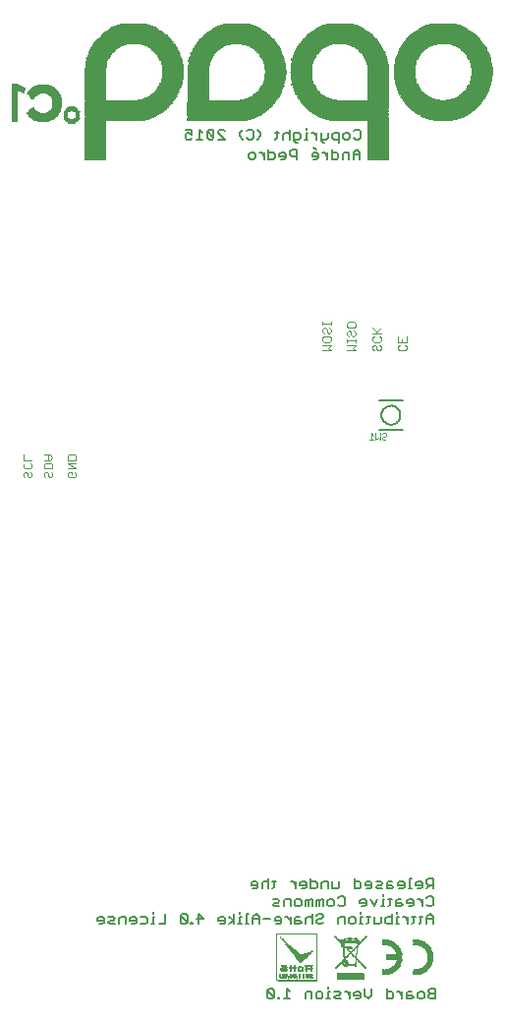
<source format=gbo>
G75*
G70*
%OFA0B0*%
%FSLAX24Y24*%
%IPPOS*%
%LPD*%
%AMOC8*
5,1,8,0,0,1.08239X$1,22.5*
%
%ADD10R,0.0720X0.0018*%
%ADD11R,0.0252X0.0018*%
%ADD12R,0.0270X0.0018*%
%ADD13R,0.0342X0.0018*%
%ADD14R,0.0378X0.0018*%
%ADD15R,0.0198X0.0018*%
%ADD16R,0.0414X0.0018*%
%ADD17R,0.0630X0.0018*%
%ADD18R,0.1980X0.0018*%
%ADD19R,0.1998X0.0018*%
%ADD20R,0.0558X0.0018*%
%ADD21R,0.0684X0.0018*%
%ADD22R,0.2016X0.0018*%
%ADD23R,0.2034X0.0018*%
%ADD24R,0.2034X0.0018*%
%ADD25R,0.0450X0.0018*%
%ADD26R,0.0594X0.0018*%
%ADD27R,0.0936X0.0018*%
%ADD28R,0.2124X0.0018*%
%ADD29R,0.2142X0.0018*%
%ADD30R,0.0486X0.0018*%
%ADD31R,0.0666X0.0018*%
%ADD32R,0.0972X0.0018*%
%ADD33R,0.2160X0.0018*%
%ADD34R,0.2178X0.0018*%
%ADD35R,0.0234X0.0018*%
%ADD36R,0.0702X0.0018*%
%ADD37R,0.1170X0.0018*%
%ADD38R,0.2250X0.0018*%
%ADD39R,0.0180X0.0018*%
%ADD40R,0.0162X0.0018*%
%ADD41R,0.0774X0.0018*%
%ADD42R,0.1188X0.0018*%
%ADD43R,0.2286X0.0018*%
%ADD44R,0.2268X0.0018*%
%ADD45R,0.0810X0.0018*%
%ADD46R,0.1332X0.0018*%
%ADD47R,0.2340X0.0018*%
%ADD48R,0.2358X0.0018*%
%ADD49R,0.0846X0.0018*%
%ADD50R,0.1368X0.0018*%
%ADD51R,0.0900X0.0018*%
%ADD52R,0.1476X0.0018*%
%ADD53R,0.2412X0.0018*%
%ADD54R,0.2430X0.0018*%
%ADD55R,0.0144X0.0018*%
%ADD56R,0.0918X0.0018*%
%ADD57R,0.1530X0.0018*%
%ADD58R,0.0144X0.0018*%
%ADD59R,0.1602X0.0018*%
%ADD60R,0.2466X0.0018*%
%ADD61R,0.2502X0.0018*%
%ADD62R,0.2484X0.0018*%
%ADD63R,0.0990X0.0018*%
%ADD64R,0.1656X0.0018*%
%ADD65R,0.1044X0.0018*%
%ADD66R,0.1728X0.0018*%
%ADD67R,0.2520X0.0018*%
%ADD68R,0.2556X0.0018*%
%ADD69R,0.2538X0.0018*%
%ADD70R,0.1062X0.0018*%
%ADD71R,0.1764X0.0018*%
%ADD72R,0.2574X0.0018*%
%ADD73R,0.1080X0.0018*%
%ADD74R,0.1854X0.0018*%
%ADD75R,0.2592X0.0018*%
%ADD76R,0.2592X0.0018*%
%ADD77R,0.0504X0.0018*%
%ADD78R,0.1890X0.0018*%
%ADD79R,0.2610X0.0018*%
%ADD80R,0.1944X0.0018*%
%ADD81R,0.2628X0.0018*%
%ADD82R,0.2646X0.0018*%
%ADD83R,0.2682X0.0018*%
%ADD84R,0.2664X0.0018*%
%ADD85R,0.0396X0.0018*%
%ADD86R,0.0342X0.0018*%
%ADD87R,0.2682X0.0018*%
%ADD88R,0.2700X0.0018*%
%ADD89R,0.0216X0.0018*%
%ADD90R,0.0288X0.0018*%
%ADD91R,0.2088X0.0018*%
%ADD92R,0.2718X0.0018*%
%ADD93R,0.0252X0.0018*%
%ADD94R,0.2736X0.0018*%
%ADD95R,0.0468X0.0018*%
%ADD96R,0.0360X0.0018*%
%ADD97R,0.2754X0.0018*%
%ADD98R,0.2754X0.0018*%
%ADD99R,0.0432X0.0018*%
%ADD100R,0.2196X0.0018*%
%ADD101R,0.2772X0.0018*%
%ADD102R,0.0126X0.0018*%
%ADD103R,0.2790X0.0018*%
%ADD104R,0.2808X0.0018*%
%ADD105R,0.2826X0.0018*%
%ADD106R,0.0306X0.0018*%
%ADD107R,0.0090X0.0018*%
%ADD108R,0.2322X0.0018*%
%ADD109R,0.2844X0.0018*%
%ADD110R,0.2844X0.0018*%
%ADD111R,0.2862X0.0018*%
%ADD112R,0.2394X0.0018*%
%ADD113R,0.2862X0.0018*%
%ADD114R,0.2880X0.0018*%
%ADD115R,0.0324X0.0018*%
%ADD116R,0.2898X0.0018*%
%ADD117R,0.2916X0.0018*%
%ADD118R,0.2934X0.0018*%
%ADD119R,0.2934X0.0018*%
%ADD120R,0.2952X0.0018*%
%ADD121R,0.2952X0.0018*%
%ADD122R,0.2970X0.0018*%
%ADD123R,0.2988X0.0018*%
%ADD124R,0.3006X0.0018*%
%ADD125R,0.3024X0.0018*%
%ADD126R,0.3024X0.0018*%
%ADD127R,0.0738X0.0018*%
%ADD128R,0.1278X0.0018*%
%ADD129R,0.1296X0.0018*%
%ADD130R,0.1206X0.0018*%
%ADD131R,0.1224X0.0018*%
%ADD132R,0.1134X0.0018*%
%ADD133R,0.1134X0.0018*%
%ADD134R,0.1116X0.0018*%
%ADD135R,0.1098X0.0018*%
%ADD136R,0.0018X0.0018*%
%ADD137R,0.0108X0.0018*%
%ADD138R,0.1026X0.0018*%
%ADD139R,0.0324X0.0018*%
%ADD140R,0.1008X0.0018*%
%ADD141R,0.0972X0.0018*%
%ADD142R,0.0954X0.0018*%
%ADD143R,0.0954X0.0018*%
%ADD144R,0.0882X0.0018*%
%ADD145R,0.0882X0.0018*%
%ADD146R,0.0864X0.0018*%
%ADD147R,0.0864X0.0018*%
%ADD148R,0.0072X0.0018*%
%ADD149R,0.0828X0.0018*%
%ADD150R,0.0432X0.0018*%
%ADD151R,0.0792X0.0018*%
%ADD152R,0.0792X0.0018*%
%ADD153R,0.0414X0.0018*%
%ADD154R,0.0756X0.0018*%
%ADD155R,0.0774X0.0018*%
%ADD156R,0.0576X0.0018*%
%ADD157R,0.1062X0.0018*%
%ADD158R,0.1152X0.0018*%
%ADD159R,0.1152X0.0018*%
%ADD160R,0.2574X0.0018*%
%ADD161R,0.2502X0.0018*%
%ADD162R,0.2448X0.0018*%
%ADD163R,0.2376X0.0018*%
%ADD164R,0.2322X0.0018*%
%ADD165R,0.2304X0.0018*%
%ADD166R,0.2214X0.0018*%
%ADD167R,0.2142X0.0018*%
%ADD168R,0.2070X0.0018*%
%ADD169R,0.2052X0.0018*%
%ADD170R,0.1962X0.0018*%
%ADD171R,0.1872X0.0018*%
%ADD172R,0.1764X0.0018*%
%ADD173R,0.1746X0.0018*%
%ADD174R,0.1620X0.0018*%
%ADD175R,0.1512X0.0018*%
%ADD176R,0.1494X0.0018*%
%ADD177R,0.1386X0.0018*%
%ADD178R,0.1350X0.0018*%
%ADD179R,0.1332X0.0018*%
%ADD180C,0.0070*%
%ADD181C,0.0060*%
%ADD182R,0.1360X0.0010*%
%ADD183R,0.1370X0.0010*%
%ADD184R,0.0020X0.0010*%
%ADD185R,0.0030X0.0010*%
%ADD186R,0.0910X0.0010*%
%ADD187R,0.0010X0.0010*%
%ADD188R,0.0110X0.0010*%
%ADD189R,0.0050X0.0010*%
%ADD190R,0.0100X0.0010*%
%ADD191R,0.0060X0.0010*%
%ADD192R,0.0070X0.0010*%
%ADD193R,0.0040X0.0010*%
%ADD194R,0.0080X0.0010*%
%ADD195R,0.0090X0.0010*%
%ADD196R,0.0160X0.0010*%
%ADD197R,0.0210X0.0010*%
%ADD198R,0.0250X0.0010*%
%ADD199R,0.0280X0.0010*%
%ADD200R,0.0300X0.0010*%
%ADD201R,0.0900X0.0010*%
%ADD202R,0.0320X0.0010*%
%ADD203R,0.0330X0.0010*%
%ADD204R,0.0340X0.0010*%
%ADD205R,0.0350X0.0010*%
%ADD206R,0.0360X0.0010*%
%ADD207R,0.0370X0.0010*%
%ADD208R,0.0380X0.0010*%
%ADD209R,0.0400X0.0010*%
%ADD210R,0.0410X0.0010*%
%ADD211R,0.0420X0.0010*%
%ADD212R,0.0430X0.0010*%
%ADD213R,0.0440X0.0010*%
%ADD214R,0.0140X0.0010*%
%ADD215R,0.0450X0.0010*%
%ADD216R,0.0460X0.0010*%
%ADD217R,0.0170X0.0010*%
%ADD218R,0.0200X0.0010*%
%ADD219R,0.0470X0.0010*%
%ADD220R,0.0190X0.0010*%
%ADD221R,0.0220X0.0010*%
%ADD222R,0.0480X0.0010*%
%ADD223R,0.0240X0.0010*%
%ADD224R,0.0490X0.0010*%
%ADD225R,0.0120X0.0010*%
%ADD226R,0.0310X0.0010*%
%ADD227R,0.0290X0.0010*%
%ADD228R,0.0270X0.0010*%
%ADD229R,0.0260X0.0010*%
%ADD230R,0.0180X0.0010*%
%ADD231R,0.0150X0.0010*%
%ADD232R,0.0230X0.0010*%
%ADD233R,0.0130X0.0010*%
%ADD234R,0.0550X0.0010*%
%ADD235R,0.0560X0.0010*%
%ADD236R,0.0510X0.0010*%
%ADD237R,0.0540X0.0010*%
%ADD238R,0.0500X0.0010*%
%ADD239R,0.0640X0.0010*%
%ADD240R,0.0390X0.0010*%
%ADD241R,0.0680X0.0010*%
%ADD242R,0.0690X0.0010*%
%ADD243R,0.0650X0.0010*%
%ADD244R,0.0660X0.0010*%
%ADD245C,0.0080*%
%ADD246C,0.0020*%
%ADD247C,0.0040*%
D10*
X017198Y036661D03*
X017198Y036679D03*
X017198Y036697D03*
X017198Y036715D03*
X017198Y036733D03*
X017198Y036751D03*
X017198Y036769D03*
X017198Y036787D03*
X017198Y036805D03*
X017198Y036823D03*
X017198Y036841D03*
X017198Y036859D03*
X017198Y036877D03*
X017198Y036895D03*
X017198Y036913D03*
X017198Y036931D03*
X017198Y036949D03*
X017198Y036967D03*
X017198Y036985D03*
X017198Y037003D03*
X017198Y037021D03*
X017198Y037039D03*
X017198Y037057D03*
X017198Y037075D03*
X017198Y037093D03*
X017198Y037111D03*
X017198Y037129D03*
X017198Y037147D03*
X017198Y037165D03*
X017198Y037183D03*
X017198Y037201D03*
X017198Y037219D03*
X017198Y037237D03*
X017198Y037255D03*
X017198Y037273D03*
X017198Y037291D03*
X017198Y037309D03*
X017198Y037327D03*
X017198Y037345D03*
X017198Y037363D03*
X017198Y037381D03*
X017198Y037399D03*
X017198Y037417D03*
X017198Y037435D03*
X017198Y037453D03*
X017198Y037471D03*
X017198Y037489D03*
X017198Y037507D03*
X017198Y037525D03*
X017198Y037543D03*
X017198Y037561D03*
X017198Y037579D03*
X017198Y037597D03*
X017198Y037615D03*
X017198Y037633D03*
X017198Y037651D03*
X017198Y037669D03*
X017198Y037687D03*
X017198Y037705D03*
X017198Y037723D03*
X017198Y037741D03*
X017198Y037759D03*
X017198Y037777D03*
X017198Y037795D03*
X017198Y037813D03*
X017198Y037831D03*
X017198Y037849D03*
X017198Y037867D03*
X017198Y037885D03*
X017198Y037903D03*
X017198Y037921D03*
X017198Y037939D03*
X017198Y037957D03*
X017198Y038695D03*
X017198Y038713D03*
X017198Y038731D03*
X017198Y038749D03*
X017198Y038767D03*
X017198Y038785D03*
X017198Y038803D03*
X017198Y038821D03*
X017198Y038839D03*
X017198Y038857D03*
X017198Y038875D03*
X017198Y038893D03*
X017198Y038911D03*
X017198Y038929D03*
X017198Y038947D03*
X017198Y038965D03*
X017198Y038983D03*
X017198Y039001D03*
X017198Y039019D03*
X017198Y039037D03*
X017198Y039055D03*
X017198Y039073D03*
X017198Y039091D03*
X017198Y039109D03*
X017198Y039127D03*
X017198Y039145D03*
X017198Y039163D03*
X017198Y039181D03*
X017198Y039199D03*
X017198Y039217D03*
X017198Y039235D03*
X017198Y039253D03*
X017198Y039271D03*
X017198Y039289D03*
X017198Y039307D03*
X017198Y039325D03*
X017198Y039343D03*
X017198Y039361D03*
X017198Y039379D03*
X017198Y039397D03*
X017198Y039415D03*
X017198Y039433D03*
X017198Y039451D03*
X017198Y039469D03*
X017198Y039487D03*
X017198Y039505D03*
X017198Y039523D03*
X017198Y039541D03*
X017198Y039559D03*
X017198Y039577D03*
X017198Y039595D03*
X017198Y039613D03*
X017198Y039631D03*
X017198Y039649D03*
X017198Y039667D03*
X017198Y039685D03*
X017198Y039703D03*
X017216Y039775D03*
X017216Y039793D03*
X017216Y039811D03*
X017216Y039829D03*
X017216Y039847D03*
X017216Y039865D03*
X017216Y039883D03*
X015416Y039109D03*
X019826Y039631D03*
X019826Y039649D03*
X020690Y039811D03*
X020690Y039829D03*
X023282Y039829D03*
X023282Y039847D03*
X023282Y039865D03*
X023282Y039883D03*
X023282Y039901D03*
X023282Y039919D03*
X023300Y039793D03*
X023300Y039775D03*
X023318Y039703D03*
X023318Y039685D03*
X023318Y039667D03*
X023318Y039649D03*
X023318Y039631D03*
X023318Y039613D03*
X023318Y039595D03*
X023318Y039577D03*
X023318Y039559D03*
X023300Y039505D03*
X023300Y039487D03*
X023300Y039469D03*
X023282Y039451D03*
X023282Y039433D03*
X023282Y039415D03*
X023282Y039397D03*
X023282Y039379D03*
X023282Y039361D03*
X023282Y039343D03*
X024182Y039523D03*
X024182Y039541D03*
X024182Y039559D03*
X024182Y039577D03*
X024182Y039595D03*
X024182Y039613D03*
X024182Y039649D03*
X024182Y039667D03*
X024182Y039685D03*
X024182Y039703D03*
X024182Y039721D03*
X024182Y039739D03*
X024182Y039757D03*
X026756Y039955D03*
X026756Y039973D03*
X026792Y039847D03*
X026792Y039829D03*
X026792Y039811D03*
X026792Y039793D03*
X026792Y039775D03*
X026792Y039757D03*
X026792Y039739D03*
X026792Y039721D03*
X026792Y039703D03*
X026792Y039685D03*
X026792Y039667D03*
X026792Y039649D03*
X026792Y039631D03*
X026792Y039613D03*
X026792Y039595D03*
X026792Y039577D03*
X026792Y039559D03*
X026792Y039541D03*
X026792Y039523D03*
X026792Y039505D03*
X026792Y039487D03*
X026792Y039469D03*
X026792Y039451D03*
X026792Y039433D03*
X026792Y039415D03*
X026792Y039397D03*
X026792Y039379D03*
X026792Y039361D03*
X026792Y039343D03*
X026792Y039325D03*
X026792Y039307D03*
X026792Y039289D03*
X026792Y039271D03*
X026792Y039253D03*
X026792Y039235D03*
X026792Y039217D03*
X026792Y039199D03*
X026792Y039181D03*
X026792Y039163D03*
X026792Y039145D03*
X026792Y039127D03*
X026792Y039109D03*
X026792Y039091D03*
X026792Y039073D03*
X026792Y039055D03*
X026792Y039037D03*
X026792Y039019D03*
X026792Y039001D03*
X026792Y038983D03*
X026792Y038965D03*
X026792Y038947D03*
X026792Y038929D03*
X026792Y038911D03*
X026792Y038893D03*
X026792Y038875D03*
X026792Y038857D03*
X026792Y038839D03*
X026792Y038821D03*
X026792Y038803D03*
X026792Y038785D03*
X026792Y038767D03*
X026792Y038749D03*
X026792Y038731D03*
X026792Y038713D03*
X026792Y038695D03*
X026792Y038677D03*
X026792Y037957D03*
X026792Y037939D03*
X026792Y037921D03*
X026792Y037903D03*
X026792Y037885D03*
X026792Y037867D03*
X026792Y037849D03*
X026792Y037831D03*
X026792Y037813D03*
X026792Y037795D03*
X026792Y037777D03*
X026792Y037759D03*
X026792Y037741D03*
X026792Y037723D03*
X026792Y037705D03*
X026792Y037687D03*
X026792Y037669D03*
X026792Y037651D03*
X026792Y037633D03*
X026792Y037615D03*
X026792Y037597D03*
X026792Y037579D03*
X026792Y037561D03*
X026792Y037543D03*
X026792Y037525D03*
X026792Y037507D03*
X026792Y037489D03*
X026792Y037471D03*
X026792Y037453D03*
X026792Y037435D03*
X026792Y037417D03*
X026792Y037399D03*
X026792Y037381D03*
X026792Y037363D03*
X026792Y037345D03*
X026792Y037327D03*
X026792Y037309D03*
X026792Y037291D03*
X026792Y037273D03*
X026792Y037255D03*
X026792Y037237D03*
X026792Y037219D03*
X026792Y037201D03*
X026792Y037183D03*
X026792Y037165D03*
X026792Y037147D03*
X026792Y037129D03*
X026792Y037111D03*
X026792Y037093D03*
X026792Y037075D03*
X026792Y037057D03*
X026792Y037039D03*
X026792Y037021D03*
X026792Y037003D03*
X026792Y036985D03*
X026792Y036967D03*
X026792Y036949D03*
X026792Y036931D03*
X026792Y036913D03*
X026792Y036895D03*
X026792Y036877D03*
X026792Y036859D03*
X026792Y036841D03*
X026792Y036823D03*
X026792Y036805D03*
X026792Y036787D03*
X026792Y036769D03*
X026792Y036751D03*
X026792Y036733D03*
X026792Y036715D03*
X026792Y036697D03*
X026792Y036679D03*
X026792Y036661D03*
X027728Y039307D03*
X027728Y039325D03*
X027728Y039343D03*
X027692Y039433D03*
X027692Y039451D03*
X027692Y039469D03*
X027692Y039487D03*
X027692Y039505D03*
X027692Y039523D03*
X027692Y039541D03*
X027692Y039559D03*
X027692Y039577D03*
X027692Y039595D03*
X027692Y039613D03*
X027692Y039631D03*
X027692Y039649D03*
X027692Y039667D03*
X027692Y039685D03*
X027692Y039703D03*
X027692Y039721D03*
X027692Y039739D03*
X027692Y039757D03*
X027692Y039775D03*
X027692Y039793D03*
X027692Y039811D03*
X027692Y039829D03*
X027728Y039937D03*
X027728Y039955D03*
X030320Y039775D03*
X030320Y039757D03*
X030320Y039739D03*
X030320Y039721D03*
X030320Y039703D03*
X030320Y039685D03*
X030320Y039667D03*
X030320Y039649D03*
X030320Y039631D03*
X030320Y039613D03*
X030320Y039595D03*
X030320Y039577D03*
X030320Y039559D03*
X030320Y039541D03*
X030320Y039523D03*
X030320Y039505D03*
D11*
X016406Y037903D03*
D12*
X016397Y037921D03*
X016397Y038425D03*
X014507Y039181D03*
D13*
X015857Y038785D03*
X015857Y038767D03*
X015857Y038371D03*
X015857Y038353D03*
X016397Y037939D03*
D14*
X016397Y037957D03*
X016397Y038389D03*
X015839Y038317D03*
X015821Y038299D03*
X015839Y038821D03*
X015821Y038839D03*
X015425Y039199D03*
X015083Y038875D03*
X015083Y038263D03*
X015425Y037939D03*
D15*
X014471Y037939D03*
X014471Y037957D03*
X014471Y037975D03*
X014471Y037993D03*
X014471Y038011D03*
X014471Y038029D03*
X014471Y038047D03*
X014471Y038065D03*
X014471Y038083D03*
X014471Y038101D03*
X014471Y038119D03*
X014471Y038137D03*
X014471Y038155D03*
X014471Y038173D03*
X014471Y038191D03*
X014471Y038209D03*
X014471Y038227D03*
X014471Y038245D03*
X014471Y038263D03*
X014471Y038281D03*
X014471Y038299D03*
X014471Y038317D03*
X014471Y038335D03*
X014471Y038353D03*
X014471Y038371D03*
X014471Y038389D03*
X014471Y038407D03*
X014471Y038425D03*
X014471Y038443D03*
X014471Y038461D03*
X014471Y038479D03*
X014471Y038497D03*
X014471Y038515D03*
X014471Y038533D03*
X014471Y038551D03*
X014471Y038569D03*
X014471Y038587D03*
X014471Y038605D03*
X014471Y038623D03*
X014471Y038641D03*
X014471Y038659D03*
X014471Y038677D03*
X014471Y038695D03*
X014471Y038713D03*
X014471Y038731D03*
X014471Y038749D03*
X014471Y038767D03*
X014471Y038785D03*
X014471Y038803D03*
X014471Y038821D03*
X014471Y038839D03*
X014471Y038857D03*
X014471Y038875D03*
X014471Y038893D03*
X014471Y038911D03*
X014471Y038929D03*
X014471Y038947D03*
X014471Y038965D03*
X014471Y038983D03*
X014471Y039217D03*
X014471Y039235D03*
X016397Y038443D03*
D16*
X016397Y037975D03*
X015785Y038263D03*
X015425Y037957D03*
D17*
X015425Y039127D03*
X015425Y039145D03*
X028997Y037975D03*
D18*
X029006Y038281D03*
X029006Y040981D03*
X026162Y037975D03*
X025496Y040981D03*
X018512Y040981D03*
D19*
X017837Y037975D03*
X021311Y037975D03*
X021995Y040981D03*
D20*
X015677Y038227D03*
X015425Y037975D03*
D21*
X029006Y037993D03*
D22*
X029006Y038299D03*
X026144Y037993D03*
D23*
X021329Y037993D03*
D24*
X021995Y040963D03*
X025487Y040963D03*
X017855Y037993D03*
D25*
X016397Y037993D03*
X015767Y038875D03*
X015101Y038893D03*
X015101Y038245D03*
X014597Y039037D03*
X014597Y039055D03*
X014597Y039073D03*
X014597Y039091D03*
D26*
X015407Y037993D03*
D27*
X017504Y040423D03*
X018512Y041251D03*
X018512Y041269D03*
X019520Y040423D03*
X019538Y040405D03*
X020978Y040405D03*
X021986Y041251D03*
X024470Y040423D03*
X025496Y041251D03*
X026504Y040423D03*
X027980Y040405D03*
X027980Y038857D03*
X027998Y038839D03*
X028016Y038821D03*
X028988Y038011D03*
X030014Y038839D03*
X019538Y038857D03*
X019520Y038839D03*
D28*
X018512Y040927D03*
X026090Y038011D03*
X029006Y038335D03*
X029006Y040927D03*
D29*
X021995Y040927D03*
X021383Y038011D03*
X017909Y038011D03*
D30*
X016397Y038011D03*
X016397Y038317D03*
X015749Y038245D03*
X015749Y038893D03*
D31*
X015425Y038011D03*
D32*
X015416Y038137D03*
X015416Y039001D03*
X022976Y040459D03*
X029006Y041233D03*
X029996Y040441D03*
X029006Y038029D03*
D33*
X029006Y038353D03*
X026072Y038029D03*
X021986Y040909D03*
X018512Y040909D03*
D34*
X017927Y038029D03*
X021401Y038029D03*
X025487Y040909D03*
X028997Y040909D03*
D35*
X016523Y038029D03*
X016271Y038029D03*
X015083Y038821D03*
D36*
X015425Y038029D03*
X017189Y038677D03*
X023309Y039523D03*
X023309Y039541D03*
X023309Y039721D03*
X023309Y039739D03*
X023309Y039757D03*
X024173Y039631D03*
D37*
X022805Y040567D03*
X025487Y041215D03*
X028205Y040567D03*
X028997Y041215D03*
X028997Y038047D03*
D38*
X028997Y038389D03*
X028997Y040873D03*
X026027Y038065D03*
X026027Y038047D03*
X025487Y040873D03*
X021995Y040873D03*
X021437Y038047D03*
X018521Y040873D03*
X017963Y038047D03*
D39*
X016586Y038065D03*
X016568Y038047D03*
X016586Y038281D03*
X016226Y038281D03*
X016226Y038065D03*
X015074Y038353D03*
X014714Y038983D03*
D40*
X014723Y038965D03*
X015083Y038785D03*
X016199Y038263D03*
X016199Y038245D03*
X016199Y038227D03*
X016199Y038209D03*
X016199Y038119D03*
X016199Y038101D03*
X016199Y038083D03*
X016235Y038047D03*
X016595Y038083D03*
X016595Y038101D03*
X016595Y038245D03*
X016595Y038263D03*
D41*
X015425Y038047D03*
X015425Y039091D03*
X017297Y040099D03*
X017297Y040117D03*
X019727Y040117D03*
X019727Y040099D03*
X019745Y040081D03*
X019763Y040063D03*
X019763Y040045D03*
X019763Y040027D03*
X019727Y040135D03*
X019763Y039253D03*
X019763Y039235D03*
X019763Y039217D03*
X019727Y039163D03*
X019727Y039145D03*
X020735Y039991D03*
X020735Y040009D03*
X020771Y040063D03*
X020771Y040081D03*
X020771Y040099D03*
X020807Y040171D03*
X023201Y040153D03*
X023201Y040135D03*
X023201Y039127D03*
X023183Y039109D03*
X024245Y039199D03*
X024245Y039217D03*
X024245Y039235D03*
X024263Y039181D03*
X024281Y039163D03*
X024281Y039145D03*
X024281Y039127D03*
X024245Y040027D03*
X024245Y040045D03*
X024245Y040063D03*
X024245Y040081D03*
X024263Y040099D03*
X024281Y040117D03*
X024281Y040135D03*
X026693Y040135D03*
X027755Y040063D03*
X027773Y040081D03*
X027791Y040117D03*
X027791Y040135D03*
X027755Y039217D03*
X027791Y039145D03*
X030203Y039145D03*
X030203Y039127D03*
X030203Y039109D03*
X030221Y040117D03*
X030203Y040135D03*
X030203Y040153D03*
D42*
X029006Y041197D03*
X029006Y038065D03*
X025496Y041197D03*
X022004Y041197D03*
X021194Y040567D03*
X018512Y041197D03*
D43*
X018521Y040855D03*
X021455Y038065D03*
X022211Y038659D03*
X021995Y040855D03*
X025487Y040855D03*
X028997Y038407D03*
D44*
X017972Y038065D03*
D45*
X019673Y039037D03*
X019673Y039055D03*
X019709Y039109D03*
X019709Y040153D03*
X019709Y040171D03*
X019673Y040207D03*
X019673Y040225D03*
X020789Y040135D03*
X020825Y040189D03*
X020825Y040207D03*
X023147Y040243D03*
X023165Y040207D03*
X024299Y040189D03*
X024299Y040171D03*
X024317Y040207D03*
X024335Y040225D03*
X024335Y040243D03*
X024299Y039091D03*
X024335Y039037D03*
X024335Y039019D03*
X023165Y039055D03*
X023147Y039037D03*
X023147Y039019D03*
X023129Y039001D03*
X026639Y040243D03*
X026657Y040207D03*
X027845Y040225D03*
X027827Y039073D03*
X027845Y039037D03*
X030149Y039019D03*
X030185Y039073D03*
X030185Y040189D03*
X030185Y040207D03*
X030167Y040225D03*
X030149Y040243D03*
X017369Y040243D03*
X017351Y040225D03*
X017351Y040207D03*
X015425Y038065D03*
D46*
X018512Y041179D03*
X029006Y041179D03*
X029006Y038083D03*
D47*
X029006Y038443D03*
X025982Y038083D03*
X018008Y038083D03*
D48*
X018017Y038101D03*
X018521Y040819D03*
X021491Y038101D03*
X021491Y038083D03*
X021995Y040819D03*
X025487Y040819D03*
X025973Y038101D03*
D49*
X024389Y038947D03*
X024389Y038965D03*
X024353Y039001D03*
X023111Y038965D03*
X023093Y038947D03*
X023111Y040297D03*
X024353Y040279D03*
X024353Y040261D03*
X024371Y040297D03*
X024389Y040315D03*
X026585Y040315D03*
X026603Y040297D03*
X026621Y040279D03*
X027899Y040315D03*
X027899Y038947D03*
X030095Y038947D03*
X030113Y038965D03*
X030131Y038983D03*
X030131Y040279D03*
X030095Y040315D03*
X020879Y040297D03*
X020843Y040243D03*
X019655Y040261D03*
X019619Y040297D03*
X019619Y040315D03*
X019619Y038965D03*
X019619Y038947D03*
X017405Y040297D03*
X017405Y040315D03*
X015425Y039055D03*
X015425Y038083D03*
D50*
X018512Y041161D03*
X021986Y041161D03*
X029006Y041161D03*
X029006Y038101D03*
D51*
X027962Y038875D03*
X027962Y040387D03*
X030050Y040387D03*
X030068Y040369D03*
X024434Y040369D03*
X023048Y040369D03*
X023048Y040387D03*
X023048Y038893D03*
X023030Y038875D03*
X024434Y038893D03*
X019556Y038875D03*
X019574Y040369D03*
X019556Y040387D03*
X017468Y040387D03*
X017450Y040369D03*
X015416Y038101D03*
D52*
X029006Y038119D03*
X029006Y041143D03*
D53*
X029006Y038479D03*
X025946Y038119D03*
D54*
X025937Y038137D03*
X025487Y040783D03*
X021995Y040783D03*
X021527Y038137D03*
X021527Y038119D03*
X018521Y040783D03*
X018053Y038137D03*
X018053Y038119D03*
D55*
X016604Y038119D03*
X016604Y038137D03*
X016604Y038155D03*
X016604Y038173D03*
X016604Y038191D03*
X016604Y038209D03*
X016604Y038227D03*
X015074Y038767D03*
D56*
X015425Y039019D03*
X015425Y039037D03*
X015425Y038119D03*
X017495Y040405D03*
X020951Y040387D03*
X020987Y040423D03*
X021995Y041269D03*
X023003Y040423D03*
X023021Y040405D03*
X024461Y040405D03*
X025487Y041269D03*
X026513Y040405D03*
X024461Y038857D03*
X023021Y038857D03*
X023003Y038839D03*
X028997Y041269D03*
X030023Y040423D03*
X030023Y040405D03*
X030023Y038857D03*
D57*
X028997Y038137D03*
X028997Y041125D03*
X025487Y041125D03*
D58*
X016190Y038191D03*
X016190Y038173D03*
X016190Y038155D03*
X016190Y038137D03*
X014732Y038947D03*
D59*
X029015Y038155D03*
D60*
X028997Y038497D03*
X028997Y040765D03*
X025919Y038155D03*
X025487Y040765D03*
X021995Y040765D03*
X018521Y040765D03*
D61*
X018089Y038173D03*
X021563Y038173D03*
X021563Y038155D03*
X021995Y040747D03*
D62*
X018512Y040747D03*
X018080Y038155D03*
X025910Y038173D03*
X029006Y038515D03*
D63*
X028079Y038767D03*
X029951Y038785D03*
X029951Y040477D03*
X025487Y041233D03*
X022949Y040477D03*
X021995Y041233D03*
X021023Y040459D03*
X019457Y038785D03*
X017567Y040477D03*
X018521Y041233D03*
X015425Y038983D03*
X015425Y038155D03*
D64*
X018512Y041089D03*
X021986Y041089D03*
X025496Y041089D03*
X029006Y041089D03*
X029006Y038173D03*
D65*
X028106Y038749D03*
X028106Y040513D03*
X026378Y040513D03*
X024596Y040513D03*
X024596Y038749D03*
X022886Y038749D03*
X029906Y040513D03*
X015416Y038965D03*
X015416Y038173D03*
D66*
X018512Y041071D03*
X025496Y041071D03*
X029006Y038191D03*
D67*
X029006Y038533D03*
X025892Y038191D03*
D68*
X029006Y040711D03*
X021590Y038191D03*
X018512Y040711D03*
X018116Y038209D03*
D69*
X018107Y038191D03*
X018521Y040729D03*
X021995Y040729D03*
X025487Y040729D03*
X025487Y040711D03*
X025883Y038209D03*
X028997Y038551D03*
X028997Y040729D03*
D70*
X029879Y040531D03*
X028115Y040531D03*
X026369Y040531D03*
X024605Y040531D03*
X022895Y040513D03*
X021113Y040531D03*
X021095Y040513D03*
X019403Y040513D03*
X019403Y038749D03*
X017639Y040531D03*
X015425Y038947D03*
X015425Y038191D03*
D71*
X018512Y041053D03*
X025496Y041053D03*
X029006Y041053D03*
X029006Y038209D03*
D72*
X021599Y038209D03*
D73*
X022868Y038731D03*
X022868Y040531D03*
X019394Y040531D03*
X015416Y038929D03*
X015416Y038209D03*
D74*
X018521Y041035D03*
X021995Y041035D03*
X025487Y041035D03*
X028997Y041035D03*
X028997Y038227D03*
D75*
X029006Y038569D03*
X025856Y038227D03*
X018512Y040693D03*
D76*
X018134Y038227D03*
X021608Y038227D03*
D77*
X015128Y038227D03*
D78*
X025487Y041017D03*
X028997Y041017D03*
X028997Y038245D03*
D79*
X028997Y038587D03*
X028997Y040675D03*
X028997Y040693D03*
X025847Y038245D03*
X025487Y040675D03*
X025487Y040693D03*
X021995Y040675D03*
X021617Y038245D03*
X018143Y038245D03*
D80*
X018512Y040999D03*
X025496Y040999D03*
X029006Y040999D03*
X029006Y038263D03*
D81*
X029006Y038605D03*
X025838Y038263D03*
X018512Y040675D03*
D82*
X018161Y038263D03*
X021635Y038263D03*
X021995Y040657D03*
X025487Y040657D03*
X025829Y038281D03*
D83*
X021995Y040639D03*
X021653Y038281D03*
D84*
X018512Y040657D03*
X018170Y038281D03*
X029006Y038623D03*
X029006Y040657D03*
D85*
X016406Y038371D03*
X015794Y038281D03*
X015794Y038857D03*
X014570Y039127D03*
D86*
X014543Y039145D03*
X015083Y038281D03*
X015875Y038389D03*
X015893Y038407D03*
X015893Y038425D03*
X015893Y038443D03*
X015893Y038695D03*
X015893Y038713D03*
X015893Y038731D03*
D87*
X018521Y040639D03*
X025487Y040639D03*
X025487Y040621D03*
X025811Y038299D03*
X028997Y038641D03*
X028997Y040639D03*
D88*
X029006Y040621D03*
X025802Y038317D03*
X021662Y038299D03*
X018512Y040621D03*
X018188Y038299D03*
D89*
X016532Y038299D03*
X016262Y038299D03*
X015074Y038335D03*
X015074Y038803D03*
D90*
X015074Y038839D03*
X015074Y038299D03*
D91*
X018512Y040945D03*
X025496Y040945D03*
X029006Y040945D03*
X029006Y038317D03*
D92*
X025793Y038335D03*
X021995Y040603D03*
X021995Y040621D03*
X021671Y038317D03*
X018197Y038317D03*
D93*
X015074Y038317D03*
X014498Y039199D03*
D94*
X018206Y038335D03*
X018512Y040603D03*
X021680Y038335D03*
X025478Y040603D03*
X029006Y040603D03*
X029006Y038659D03*
D95*
X016406Y038335D03*
D96*
X015848Y038335D03*
X015848Y038803D03*
D97*
X018215Y038353D03*
X025775Y038353D03*
X025775Y038371D03*
D98*
X021689Y038353D03*
D99*
X016406Y038353D03*
X015416Y039181D03*
D100*
X018512Y040891D03*
X029006Y038371D03*
D101*
X021698Y038371D03*
X018224Y038371D03*
D102*
X015065Y038371D03*
X015065Y038389D03*
X015065Y038749D03*
D103*
X018233Y038389D03*
X021707Y038389D03*
X025757Y038389D03*
D104*
X025748Y038407D03*
X018242Y038407D03*
D105*
X021725Y038407D03*
X025739Y038425D03*
D106*
X016397Y038407D03*
X015911Y038479D03*
X015911Y038497D03*
X015911Y038515D03*
X015911Y038533D03*
X015911Y038551D03*
X015911Y038569D03*
X015911Y038587D03*
X015911Y038605D03*
X015911Y038623D03*
X015911Y038641D03*
X015911Y038659D03*
D107*
X015083Y038407D03*
X014759Y038929D03*
D108*
X018521Y040837D03*
X025487Y040837D03*
X028997Y040837D03*
X028997Y038425D03*
D109*
X021734Y038425D03*
D110*
X018260Y038425D03*
X018260Y038443D03*
X025730Y038443D03*
D111*
X021743Y038443D03*
D112*
X021995Y040801D03*
X018521Y040801D03*
X025487Y040801D03*
X028997Y040801D03*
X028997Y038461D03*
D113*
X025721Y038461D03*
X025721Y038479D03*
D114*
X021752Y038461D03*
X018278Y038461D03*
X018278Y038479D03*
D115*
X015902Y038461D03*
X015902Y038677D03*
X015092Y038857D03*
D116*
X018287Y038497D03*
X021761Y038479D03*
X025703Y038497D03*
X025703Y038515D03*
D117*
X021770Y038497D03*
X018296Y038515D03*
D118*
X021779Y038515D03*
X021779Y038533D03*
D119*
X018305Y038533D03*
X025685Y038533D03*
X025685Y038551D03*
D120*
X021788Y038551D03*
X018314Y038551D03*
D121*
X025676Y038569D03*
D122*
X025667Y038587D03*
X021797Y038569D03*
X018323Y038569D03*
D123*
X018332Y038587D03*
X018332Y038605D03*
X021806Y038587D03*
X025658Y038605D03*
D124*
X025649Y038623D03*
X025649Y038641D03*
X021815Y038623D03*
X021815Y038605D03*
X018341Y038623D03*
D125*
X021824Y038641D03*
D126*
X018350Y038641D03*
X018350Y038659D03*
X025640Y038659D03*
D127*
X024227Y039271D03*
X024227Y039289D03*
X024227Y039307D03*
X024209Y039343D03*
X024191Y039379D03*
X024191Y039397D03*
X024191Y039415D03*
X024191Y039433D03*
X024191Y039451D03*
X024191Y039469D03*
X024191Y039487D03*
X024191Y039505D03*
X024191Y039775D03*
X024191Y039793D03*
X024191Y039811D03*
X024191Y039829D03*
X024191Y039847D03*
X024191Y039865D03*
X024191Y039883D03*
X024191Y039901D03*
X024227Y039973D03*
X024227Y039991D03*
X023291Y039811D03*
X023273Y039937D03*
X023255Y040009D03*
X023273Y039325D03*
X023255Y039271D03*
X023255Y039253D03*
X023237Y039235D03*
X020681Y039235D03*
X020681Y039217D03*
X020681Y039199D03*
X020681Y039181D03*
X020681Y039163D03*
X020681Y039145D03*
X020681Y039127D03*
X020681Y039109D03*
X020681Y039091D03*
X020681Y039073D03*
X020681Y039055D03*
X020681Y039037D03*
X020681Y039019D03*
X020681Y039001D03*
X020681Y038983D03*
X020681Y038965D03*
X020681Y038947D03*
X020681Y038929D03*
X020681Y038911D03*
X020681Y038893D03*
X020681Y038875D03*
X020681Y038857D03*
X020681Y038839D03*
X020681Y038821D03*
X020681Y038803D03*
X020681Y038785D03*
X020681Y038767D03*
X020681Y038749D03*
X020681Y038731D03*
X020681Y038713D03*
X020681Y038695D03*
X020681Y038677D03*
X020681Y038659D03*
X020681Y039253D03*
X020681Y039271D03*
X020681Y039289D03*
X020681Y039307D03*
X020681Y039325D03*
X020681Y039343D03*
X020681Y039361D03*
X020681Y039379D03*
X020681Y039397D03*
X020681Y039415D03*
X020681Y039433D03*
X020681Y039451D03*
X020681Y039469D03*
X020681Y039487D03*
X020681Y039505D03*
X020681Y039523D03*
X020681Y039541D03*
X020681Y039559D03*
X020681Y039577D03*
X020681Y039595D03*
X020681Y039613D03*
X020681Y039631D03*
X020681Y039649D03*
X020681Y039667D03*
X020681Y039685D03*
X020681Y039703D03*
X020681Y039721D03*
X020681Y039739D03*
X020681Y039757D03*
X020681Y039775D03*
X020681Y039793D03*
X020699Y039847D03*
X020717Y039865D03*
X020717Y039883D03*
X020717Y039901D03*
X020717Y039919D03*
X020717Y039937D03*
X020717Y039955D03*
X019817Y039883D03*
X019817Y039865D03*
X019817Y039847D03*
X019817Y039829D03*
X019817Y039811D03*
X019817Y039793D03*
X019817Y039775D03*
X019817Y039757D03*
X019817Y039739D03*
X019817Y039721D03*
X019817Y039703D03*
X019817Y039685D03*
X019817Y039667D03*
X019817Y039613D03*
X019817Y039595D03*
X019817Y039577D03*
X019817Y039559D03*
X019817Y039541D03*
X019817Y039523D03*
X019817Y039505D03*
X019817Y039487D03*
X019817Y039469D03*
X019817Y039451D03*
X019817Y039433D03*
X019817Y039415D03*
X019817Y039397D03*
X019799Y039379D03*
X019781Y039343D03*
X019781Y039325D03*
X019781Y039307D03*
X019781Y039289D03*
X019799Y039901D03*
X019781Y039937D03*
X019781Y039955D03*
X019781Y039973D03*
X019781Y039991D03*
X017261Y040009D03*
X017243Y039991D03*
X017243Y039973D03*
X017243Y039955D03*
X017243Y039937D03*
X017225Y039901D03*
X017207Y039757D03*
X017207Y039739D03*
X017207Y039721D03*
X026747Y039991D03*
X026765Y039937D03*
X026765Y039919D03*
X026783Y039883D03*
X026783Y039865D03*
X027701Y039865D03*
X027701Y039847D03*
X027719Y039901D03*
X027719Y039919D03*
X027737Y039973D03*
X027701Y039415D03*
X027701Y039397D03*
X027719Y039379D03*
X027719Y039361D03*
X027737Y039289D03*
X030257Y039289D03*
X030257Y039271D03*
X030257Y039253D03*
X030257Y039235D03*
X030275Y039307D03*
X030311Y039451D03*
X030311Y039469D03*
X030311Y039487D03*
X030311Y039793D03*
X030311Y039811D03*
X030311Y039829D03*
X030275Y039955D03*
X030257Y039991D03*
X030257Y040009D03*
X030257Y040027D03*
D128*
X029735Y040585D03*
X029735Y038677D03*
X026225Y040585D03*
X022733Y040585D03*
D129*
X021266Y040585D03*
X022724Y038677D03*
X024758Y038677D03*
X024758Y040585D03*
X028268Y040585D03*
X028268Y038677D03*
X019250Y038677D03*
X019250Y040585D03*
X017792Y040585D03*
D130*
X029771Y038695D03*
D131*
X028232Y038695D03*
X024722Y038695D03*
X022760Y038695D03*
X019286Y038695D03*
D132*
X017675Y040549D03*
X021167Y040549D03*
X024677Y040567D03*
X026297Y040567D03*
X026333Y040549D03*
X029843Y040549D03*
X029843Y038713D03*
D133*
X028169Y038713D03*
X028169Y040549D03*
X024659Y038713D03*
X019349Y038713D03*
X019349Y040549D03*
D134*
X019376Y038731D03*
X022832Y038713D03*
X024632Y038731D03*
X022832Y040549D03*
X029852Y038731D03*
D135*
X028133Y038731D03*
X015425Y038911D03*
D136*
X015299Y038875D03*
X022301Y038731D03*
X022193Y040567D03*
X028601Y038767D03*
D137*
X015074Y038731D03*
D138*
X022913Y038767D03*
X024551Y040495D03*
X029933Y040495D03*
X029897Y038749D03*
D139*
X015884Y038749D03*
X014534Y039163D03*
D140*
X017576Y040495D03*
X019448Y040495D03*
X019466Y040477D03*
X021050Y040477D03*
X021068Y040495D03*
X019430Y038767D03*
X022922Y040495D03*
X024542Y040477D03*
X024542Y038785D03*
X024560Y038767D03*
X026414Y040495D03*
X026432Y040477D03*
X028052Y040477D03*
X028070Y040495D03*
X028052Y038785D03*
X029924Y038767D03*
D141*
X028034Y038803D03*
X022958Y038803D03*
X022940Y038785D03*
X019484Y038803D03*
X019484Y040459D03*
X017540Y040459D03*
D142*
X024479Y038839D03*
X026459Y040459D03*
X027989Y040423D03*
X029969Y040459D03*
X029969Y038803D03*
D143*
X029987Y038821D03*
X028025Y040459D03*
X028007Y040441D03*
X028997Y041251D03*
X026477Y040441D03*
X024515Y040459D03*
X024497Y040441D03*
X022985Y040441D03*
X022985Y038821D03*
X024515Y038821D03*
X024515Y038803D03*
X021005Y040441D03*
X019493Y040441D03*
X019493Y038821D03*
X017531Y040441D03*
D144*
X017441Y040351D03*
X019601Y040351D03*
X019601Y040333D03*
X019601Y038929D03*
X024407Y038929D03*
X024407Y038911D03*
X024407Y040351D03*
X026531Y040387D03*
X026567Y040351D03*
X027917Y040351D03*
X030077Y040351D03*
X030077Y038911D03*
X030041Y038875D03*
D145*
X030059Y038893D03*
X027935Y040369D03*
X026549Y040369D03*
X024443Y040387D03*
X024443Y038875D03*
X020933Y040369D03*
X019583Y038911D03*
X019565Y038893D03*
D146*
X020924Y040351D03*
X023084Y040333D03*
X023084Y038929D03*
X027944Y038893D03*
D147*
X027926Y038911D03*
X027908Y038929D03*
X027908Y040333D03*
X026576Y040333D03*
X024398Y040333D03*
X023102Y040315D03*
X023066Y040351D03*
X023066Y038911D03*
X020906Y040333D03*
X020888Y040315D03*
X017432Y040333D03*
X030086Y040333D03*
X030122Y040297D03*
X030086Y038929D03*
D148*
X014750Y038911D03*
D149*
X015416Y039073D03*
X017378Y040261D03*
X017378Y040279D03*
X019646Y040279D03*
X019664Y040243D03*
X020834Y040225D03*
X020852Y040261D03*
X020870Y040279D03*
X019664Y039019D03*
X019646Y039001D03*
X019628Y038983D03*
X023120Y038983D03*
X024362Y038983D03*
X023156Y040225D03*
X023138Y040261D03*
X023120Y040279D03*
X026630Y040261D03*
X027854Y040261D03*
X027854Y040243D03*
X027872Y040279D03*
X027890Y040297D03*
X027854Y039019D03*
X027854Y039001D03*
X027872Y038983D03*
X027890Y038965D03*
X030140Y039001D03*
X030140Y040261D03*
D150*
X014588Y039019D03*
X014588Y039001D03*
D151*
X017324Y040153D03*
X017324Y040171D03*
X017324Y040189D03*
X019700Y040189D03*
X019718Y039127D03*
X019700Y039091D03*
X020780Y040117D03*
X020798Y040153D03*
X023174Y040171D03*
X023174Y040189D03*
X023210Y040117D03*
X023210Y039145D03*
X023174Y039091D03*
X023174Y039073D03*
X024290Y039109D03*
X024308Y039073D03*
X024290Y040153D03*
X026648Y040225D03*
X026684Y040171D03*
X026684Y040153D03*
X027800Y040153D03*
X027800Y040171D03*
X027818Y040189D03*
X027800Y039127D03*
X027800Y039109D03*
X027818Y039091D03*
X030158Y039037D03*
X030194Y039091D03*
X030194Y040171D03*
D152*
X030176Y039055D03*
X027836Y039055D03*
X027836Y040207D03*
X026666Y040189D03*
X024326Y039055D03*
X019682Y039073D03*
D153*
X014579Y039109D03*
D154*
X017234Y039919D03*
X017270Y040027D03*
X017270Y040045D03*
X017270Y040063D03*
X017306Y040135D03*
X019772Y040009D03*
X019790Y039919D03*
X019790Y039361D03*
X019772Y039271D03*
X019754Y039199D03*
X019736Y039181D03*
X020726Y039973D03*
X020744Y040027D03*
X020744Y040045D03*
X023228Y040045D03*
X023228Y040063D03*
X023228Y040081D03*
X023246Y040027D03*
X023264Y039991D03*
X023264Y039973D03*
X023264Y039955D03*
X023264Y039307D03*
X023264Y039289D03*
X023228Y039217D03*
X023228Y039199D03*
X023228Y039181D03*
X024200Y039361D03*
X024218Y039325D03*
X024236Y039253D03*
X024200Y039919D03*
X024218Y039937D03*
X024218Y039955D03*
X024236Y040009D03*
X026702Y040099D03*
X026702Y040117D03*
X026720Y040081D03*
X026738Y040045D03*
X026738Y040027D03*
X026738Y040009D03*
X026774Y039901D03*
X027710Y039883D03*
X027746Y039991D03*
X027746Y040009D03*
X027746Y040027D03*
X027746Y040045D03*
X027782Y040099D03*
X027746Y039271D03*
X027746Y039253D03*
X027746Y039235D03*
X027764Y039199D03*
X027782Y039181D03*
X027782Y039163D03*
X030230Y039163D03*
X030248Y039217D03*
X030284Y039325D03*
X030302Y039343D03*
X030302Y039361D03*
X030302Y039379D03*
X030302Y039397D03*
X030302Y039415D03*
X030302Y039433D03*
X030302Y039847D03*
X030302Y039865D03*
X030302Y039883D03*
X030302Y039901D03*
X030302Y039919D03*
X030302Y039937D03*
X030266Y039973D03*
X030248Y040045D03*
D155*
X030239Y040063D03*
X030239Y040081D03*
X030239Y040099D03*
X030239Y039199D03*
X030239Y039181D03*
X026729Y040063D03*
X023219Y040099D03*
X023219Y039163D03*
X017279Y040081D03*
D156*
X015416Y039163D03*
D157*
X017621Y040513D03*
D158*
X024650Y040549D03*
D159*
X021986Y041215D03*
X019322Y040567D03*
X018512Y041215D03*
X017702Y040567D03*
X029816Y040567D03*
D160*
X021995Y040693D03*
X021995Y040711D03*
D161*
X025487Y040747D03*
X028997Y040747D03*
D162*
X029006Y040783D03*
D163*
X029006Y040819D03*
D164*
X021995Y040837D03*
D165*
X029006Y040855D03*
D166*
X028997Y040891D03*
X025487Y040891D03*
X021995Y040891D03*
D167*
X025487Y040927D03*
D168*
X021995Y040945D03*
D169*
X018512Y040963D03*
X029006Y040963D03*
D170*
X021995Y040999D03*
D171*
X021986Y041017D03*
X018512Y041017D03*
D172*
X022004Y041053D03*
D173*
X021995Y041071D03*
X028997Y041071D03*
D174*
X029006Y041107D03*
X025496Y041107D03*
X022004Y041107D03*
X018512Y041107D03*
D175*
X018512Y041125D03*
X018512Y041143D03*
X021986Y041125D03*
D176*
X021995Y041143D03*
X025487Y041143D03*
D177*
X025487Y041161D03*
D178*
X025487Y041179D03*
D179*
X022004Y041179D03*
D180*
X024350Y037756D02*
X024350Y037701D01*
X024350Y037591D02*
X024350Y037370D01*
X024405Y037370D02*
X024295Y037370D01*
X024160Y037425D02*
X024105Y037370D01*
X023940Y037370D01*
X023940Y037315D02*
X023940Y037591D01*
X024105Y037591D01*
X024160Y037536D01*
X024160Y037425D01*
X024050Y037260D02*
X023995Y037260D01*
X023940Y037315D01*
X023792Y037370D02*
X023792Y037701D01*
X023737Y037591D02*
X023626Y037591D01*
X023571Y037536D01*
X023571Y037370D01*
X023368Y037425D02*
X023313Y037370D01*
X023368Y037425D02*
X023368Y037646D01*
X023423Y037591D02*
X023313Y037591D01*
X023737Y037591D02*
X023792Y037536D01*
X023866Y037024D02*
X023811Y036969D01*
X023811Y036859D01*
X023866Y036804D01*
X024031Y036804D01*
X024031Y036694D02*
X024031Y037024D01*
X023866Y037024D01*
X023663Y036859D02*
X023608Y036914D01*
X023498Y036914D01*
X023443Y036859D01*
X023443Y036804D01*
X023663Y036804D01*
X023663Y036749D02*
X023663Y036859D01*
X023663Y036749D02*
X023608Y036694D01*
X023498Y036694D01*
X023294Y036749D02*
X023294Y036859D01*
X023239Y036914D01*
X023074Y036914D01*
X023074Y037024D02*
X023074Y036694D01*
X023239Y036694D01*
X023294Y036749D01*
X022926Y036694D02*
X022926Y036914D01*
X022926Y036804D02*
X022816Y036914D01*
X022761Y036914D01*
X022619Y036859D02*
X022619Y036749D01*
X022564Y036694D01*
X022454Y036694D01*
X022399Y036749D01*
X022399Y036859D01*
X022454Y036914D01*
X022564Y036914D01*
X022619Y036859D01*
X022699Y037370D02*
X022809Y037480D01*
X022809Y037591D01*
X022699Y037701D01*
X022564Y037646D02*
X022564Y037425D01*
X022509Y037370D01*
X022399Y037370D01*
X022344Y037425D01*
X022196Y037370D02*
X022085Y037480D01*
X022085Y037591D01*
X022196Y037701D01*
X022344Y037646D02*
X022399Y037701D01*
X022509Y037701D01*
X022564Y037646D01*
X021582Y037646D02*
X021527Y037701D01*
X021417Y037701D01*
X021361Y037646D01*
X021361Y037591D01*
X021582Y037370D01*
X021361Y037370D01*
X021213Y037425D02*
X020993Y037646D01*
X020993Y037425D01*
X021048Y037370D01*
X021158Y037370D01*
X021213Y037425D01*
X021213Y037646D01*
X021158Y037701D01*
X021048Y037701D01*
X020993Y037646D01*
X020845Y037591D02*
X020735Y037701D01*
X020735Y037370D01*
X020845Y037370D02*
X020625Y037370D01*
X020477Y037425D02*
X020422Y037370D01*
X020312Y037370D01*
X020257Y037425D01*
X020257Y037536D01*
X020312Y037591D01*
X020367Y037591D01*
X020477Y037536D01*
X020477Y037701D01*
X020257Y037701D01*
X024350Y037591D02*
X024405Y037591D01*
X024547Y037591D02*
X024602Y037591D01*
X024712Y037480D01*
X024712Y037370D02*
X024712Y037591D01*
X024860Y037591D02*
X024860Y037315D01*
X024916Y037260D01*
X024971Y037260D01*
X025026Y037370D02*
X024860Y037370D01*
X025026Y037370D02*
X025081Y037425D01*
X025081Y037591D01*
X025229Y037536D02*
X025229Y037425D01*
X025284Y037370D01*
X025449Y037370D01*
X025449Y037260D02*
X025449Y037591D01*
X025284Y037591D01*
X025229Y037536D01*
X025597Y037536D02*
X025652Y037591D01*
X025762Y037591D01*
X025817Y037536D01*
X025817Y037425D01*
X025762Y037370D01*
X025652Y037370D01*
X025597Y037425D01*
X025597Y037536D01*
X025965Y037646D02*
X026020Y037701D01*
X026131Y037701D01*
X026186Y037646D01*
X026186Y037425D01*
X026131Y037370D01*
X026020Y037370D01*
X025965Y037425D01*
X026069Y037024D02*
X025959Y036914D01*
X025959Y036694D01*
X025811Y036694D02*
X025811Y036914D01*
X025646Y036914D01*
X025591Y036859D01*
X025591Y036694D01*
X025443Y036749D02*
X025443Y036859D01*
X025388Y036914D01*
X025223Y036914D01*
X025223Y037024D02*
X025223Y036694D01*
X025388Y036694D01*
X025443Y036749D01*
X025075Y036694D02*
X025075Y036914D01*
X025075Y036804D02*
X024965Y036914D01*
X024910Y036914D01*
X024768Y036859D02*
X024713Y036914D01*
X024603Y036914D01*
X024548Y036859D01*
X024548Y036804D01*
X024768Y036804D01*
X024768Y036749D02*
X024768Y036859D01*
X024768Y036749D02*
X024713Y036694D01*
X024603Y036694D01*
X024713Y037024D02*
X024603Y037079D01*
X025959Y036859D02*
X026180Y036859D01*
X026180Y036914D02*
X026069Y037024D01*
X026180Y036914D02*
X026180Y036694D01*
D181*
X017436Y010779D02*
X017322Y010779D01*
X017436Y010779D02*
X017492Y010836D01*
X017492Y010949D01*
X017436Y011006D01*
X017322Y011006D01*
X017266Y010949D01*
X017266Y010892D01*
X017492Y010892D01*
X017634Y010836D02*
X017691Y010892D01*
X017804Y010892D01*
X017861Y010949D01*
X017804Y011006D01*
X017634Y011006D01*
X017634Y010836D02*
X017691Y010779D01*
X017861Y010779D01*
X018002Y010779D02*
X018002Y010949D01*
X018059Y011006D01*
X018229Y011006D01*
X018229Y010779D01*
X018370Y010892D02*
X018597Y010892D01*
X018597Y010836D02*
X018597Y010949D01*
X018541Y011006D01*
X018427Y011006D01*
X018370Y010949D01*
X018370Y010892D01*
X018427Y010779D02*
X018541Y010779D01*
X018597Y010836D01*
X018739Y010779D02*
X018909Y010779D01*
X018966Y010836D01*
X018966Y010949D01*
X018909Y011006D01*
X018739Y011006D01*
X019154Y011006D02*
X019154Y010779D01*
X019098Y010779D02*
X019211Y010779D01*
X019353Y010779D02*
X019580Y010779D01*
X019580Y011119D01*
X019211Y011006D02*
X019154Y011006D01*
X019154Y011119D02*
X019154Y011176D01*
X020089Y011063D02*
X020089Y010836D01*
X020146Y010779D01*
X020259Y010779D01*
X020316Y010836D01*
X020089Y011063D01*
X020146Y011119D01*
X020259Y011119D01*
X020316Y011063D01*
X020316Y010836D01*
X020444Y010836D02*
X020444Y010779D01*
X020500Y010779D01*
X020500Y010836D01*
X020444Y010836D01*
X020642Y010949D02*
X020869Y010949D01*
X020698Y011119D01*
X020698Y010779D01*
X021378Y010892D02*
X021378Y010949D01*
X021435Y011006D01*
X021549Y011006D01*
X021605Y010949D01*
X021605Y010836D01*
X021549Y010779D01*
X021435Y010779D01*
X021378Y010892D02*
X021605Y010892D01*
X021742Y010779D02*
X021912Y010892D01*
X021742Y011006D01*
X021912Y011119D02*
X021912Y010779D01*
X022044Y010779D02*
X022158Y010779D01*
X022101Y010779D02*
X022101Y011006D01*
X022158Y011006D01*
X022101Y011119D02*
X022101Y011176D01*
X022347Y011119D02*
X022347Y010779D01*
X022403Y010779D02*
X022290Y010779D01*
X022545Y010779D02*
X022545Y011006D01*
X022658Y011119D01*
X022772Y011006D01*
X022772Y010779D01*
X022772Y010949D02*
X022545Y010949D01*
X022403Y011119D02*
X022347Y011119D01*
X022913Y010949D02*
X023140Y010949D01*
X023281Y010949D02*
X023281Y010892D01*
X023508Y010892D01*
X023508Y010836D02*
X023508Y010949D01*
X023451Y011006D01*
X023338Y011006D01*
X023281Y010949D01*
X023338Y010779D02*
X023451Y010779D01*
X023508Y010836D01*
X023645Y011006D02*
X023702Y011006D01*
X023815Y010892D01*
X023815Y010779D02*
X023815Y011006D01*
X023957Y010949D02*
X023957Y010779D01*
X024127Y010779D01*
X024183Y010836D01*
X024127Y010892D01*
X023957Y010892D01*
X023957Y010949D02*
X024013Y011006D01*
X024127Y011006D01*
X024325Y010949D02*
X024325Y010779D01*
X024325Y010949D02*
X024382Y011006D01*
X024495Y011006D01*
X024552Y010949D01*
X024693Y010892D02*
X024750Y010949D01*
X024863Y010949D01*
X024920Y011006D01*
X024920Y011063D01*
X024863Y011119D01*
X024750Y011119D01*
X024693Y011063D01*
X024552Y011119D02*
X024552Y010779D01*
X024693Y010836D02*
X024750Y010779D01*
X024863Y010779D01*
X024920Y010836D01*
X024693Y010836D02*
X024693Y010892D01*
X024693Y011379D02*
X024693Y011549D01*
X024750Y011606D01*
X024807Y011549D01*
X024807Y011379D01*
X024920Y011379D02*
X024920Y011606D01*
X024863Y011606D01*
X024807Y011549D01*
X025062Y011549D02*
X025118Y011606D01*
X025232Y011606D01*
X025288Y011549D01*
X025288Y011436D01*
X025232Y011379D01*
X025118Y011379D01*
X025062Y011436D01*
X025062Y011549D01*
X025430Y011436D02*
X025487Y011379D01*
X025600Y011379D01*
X025657Y011436D01*
X025657Y011663D01*
X025600Y011719D01*
X025487Y011719D01*
X025430Y011663D01*
X025416Y011979D02*
X025246Y011979D01*
X025246Y012206D01*
X025104Y012206D02*
X024934Y012206D01*
X024877Y012149D01*
X024877Y011979D01*
X024736Y012036D02*
X024736Y012149D01*
X024679Y012206D01*
X024509Y012206D01*
X024509Y012319D02*
X024509Y011979D01*
X024679Y011979D01*
X024736Y012036D01*
X024368Y012036D02*
X024368Y012149D01*
X024311Y012206D01*
X024197Y012206D01*
X024141Y012149D01*
X024141Y012092D01*
X024368Y012092D01*
X024368Y012036D02*
X024311Y011979D01*
X024197Y011979D01*
X023999Y011979D02*
X023999Y012206D01*
X023886Y012206D02*
X023829Y012206D01*
X023886Y012206D02*
X023999Y012092D01*
X024013Y011606D02*
X024127Y011606D01*
X024183Y011549D01*
X024183Y011436D01*
X024127Y011379D01*
X024013Y011379D01*
X023957Y011436D01*
X023957Y011549D01*
X024013Y011606D01*
X023815Y011606D02*
X023645Y011606D01*
X023588Y011549D01*
X023588Y011379D01*
X023447Y011379D02*
X023277Y011379D01*
X023220Y011436D01*
X023277Y011492D01*
X023390Y011492D01*
X023447Y011549D01*
X023390Y011606D01*
X023220Y011606D01*
X023211Y011979D02*
X023267Y012036D01*
X023267Y012263D01*
X023211Y012206D02*
X023324Y012206D01*
X023078Y012149D02*
X023022Y012206D01*
X022908Y012206D01*
X022852Y012149D01*
X022852Y011979D01*
X022710Y012036D02*
X022710Y012149D01*
X022653Y012206D01*
X022540Y012206D01*
X022483Y012149D01*
X022483Y012092D01*
X022710Y012092D01*
X022710Y012036D02*
X022653Y011979D01*
X022540Y011979D01*
X023078Y011979D02*
X023078Y012319D01*
X023815Y011606D02*
X023815Y011379D01*
X024325Y011379D02*
X024325Y011549D01*
X024382Y011606D01*
X024438Y011549D01*
X024438Y011379D01*
X024552Y011379D02*
X024552Y011606D01*
X024495Y011606D01*
X024438Y011549D01*
X025104Y011979D02*
X025104Y012206D01*
X025473Y012206D02*
X025473Y012036D01*
X025416Y011979D01*
X025982Y011979D02*
X025982Y012319D01*
X025982Y012206D02*
X026152Y012206D01*
X026209Y012149D01*
X026209Y012036D01*
X026152Y011979D01*
X025982Y011979D01*
X026351Y012092D02*
X026577Y012092D01*
X026577Y012036D02*
X026577Y012149D01*
X026521Y012206D01*
X026407Y012206D01*
X026351Y012149D01*
X026351Y012092D01*
X026407Y011979D02*
X026521Y011979D01*
X026577Y012036D01*
X026719Y012036D02*
X026776Y012092D01*
X026889Y012092D01*
X026946Y012149D01*
X026889Y012206D01*
X026719Y012206D01*
X026719Y012036D02*
X026776Y011979D01*
X026946Y011979D01*
X027087Y011979D02*
X027257Y011979D01*
X027314Y012036D01*
X027257Y012092D01*
X027087Y012092D01*
X027087Y012149D02*
X027087Y011979D01*
X027087Y012149D02*
X027144Y012206D01*
X027257Y012206D01*
X027456Y012149D02*
X027456Y012092D01*
X027682Y012092D01*
X027682Y012036D02*
X027682Y012149D01*
X027626Y012206D01*
X027512Y012206D01*
X027456Y012149D01*
X027512Y011979D02*
X027626Y011979D01*
X027682Y012036D01*
X027815Y011979D02*
X027928Y011979D01*
X027871Y011979D02*
X027871Y012319D01*
X027928Y012319D01*
X028069Y012149D02*
X028069Y012092D01*
X028296Y012092D01*
X028296Y012036D02*
X028296Y012149D01*
X028240Y012206D01*
X028126Y012206D01*
X028069Y012149D01*
X028126Y011979D02*
X028240Y011979D01*
X028296Y012036D01*
X028438Y011979D02*
X028551Y012092D01*
X028494Y012092D02*
X028665Y012092D01*
X028665Y011979D02*
X028665Y012319D01*
X028494Y012319D01*
X028438Y012263D01*
X028438Y012149D01*
X028494Y012092D01*
X028494Y011719D02*
X028608Y011719D01*
X028665Y011663D01*
X028665Y011436D01*
X028608Y011379D01*
X028494Y011379D01*
X028438Y011436D01*
X028296Y011492D02*
X028183Y011606D01*
X028126Y011606D01*
X027989Y011549D02*
X027933Y011606D01*
X027819Y011606D01*
X027762Y011549D01*
X027762Y011492D01*
X027989Y011492D01*
X027989Y011436D02*
X027989Y011549D01*
X027989Y011436D02*
X027933Y011379D01*
X027819Y011379D01*
X027621Y011436D02*
X027564Y011492D01*
X027394Y011492D01*
X027394Y011549D02*
X027394Y011379D01*
X027564Y011379D01*
X027621Y011436D01*
X027564Y011606D02*
X027451Y011606D01*
X027394Y011549D01*
X027253Y011606D02*
X027139Y011606D01*
X027196Y011663D02*
X027196Y011436D01*
X027139Y011379D01*
X027007Y011379D02*
X026894Y011379D01*
X026950Y011379D02*
X026950Y011606D01*
X027007Y011606D01*
X026950Y011719D02*
X026950Y011776D01*
X026762Y011606D02*
X026648Y011379D01*
X026535Y011606D01*
X026393Y011549D02*
X026337Y011606D01*
X026223Y011606D01*
X026166Y011549D01*
X026166Y011492D01*
X026393Y011492D01*
X026393Y011436D02*
X026393Y011549D01*
X026393Y011436D02*
X026337Y011379D01*
X026223Y011379D01*
X026214Y011176D02*
X026214Y011119D01*
X026214Y011006D02*
X026214Y010779D01*
X026271Y010779D02*
X026157Y010779D01*
X026025Y010836D02*
X025968Y010779D01*
X025855Y010779D01*
X025798Y010836D01*
X025798Y010949D01*
X025855Y011006D01*
X025968Y011006D01*
X026025Y010949D01*
X026025Y010836D01*
X026214Y011006D02*
X026271Y011006D01*
X026403Y011006D02*
X026516Y011006D01*
X026459Y011063D02*
X026459Y010836D01*
X026403Y010779D01*
X026658Y010779D02*
X026658Y011006D01*
X026884Y011006D02*
X026884Y010836D01*
X026828Y010779D01*
X026658Y010779D01*
X027026Y010836D02*
X027026Y010949D01*
X027083Y011006D01*
X027253Y011006D01*
X027253Y011119D02*
X027253Y010779D01*
X027083Y010779D01*
X027026Y010836D01*
X027385Y010779D02*
X027498Y010779D01*
X027442Y010779D02*
X027442Y011006D01*
X027498Y011006D01*
X027442Y011119D02*
X027442Y011176D01*
X027635Y011006D02*
X027692Y011006D01*
X027805Y010892D01*
X027805Y010779D02*
X027805Y011006D01*
X027937Y011006D02*
X028051Y011006D01*
X027994Y011063D02*
X027994Y010836D01*
X027937Y010779D01*
X028183Y010779D02*
X028240Y010836D01*
X028240Y011063D01*
X028296Y011006D02*
X028183Y011006D01*
X028438Y011006D02*
X028438Y010779D01*
X028438Y010949D02*
X028665Y010949D01*
X028665Y011006D02*
X028551Y011119D01*
X028438Y011006D01*
X028665Y011006D02*
X028665Y010779D01*
X028296Y011379D02*
X028296Y011606D01*
X028438Y011663D02*
X028494Y011719D01*
X025657Y011006D02*
X025657Y010779D01*
X025657Y011006D02*
X025487Y011006D01*
X025430Y010949D01*
X025430Y010779D01*
X025102Y008642D02*
X025102Y008586D01*
X025102Y008472D02*
X025102Y008245D01*
X025046Y008245D02*
X025159Y008245D01*
X025300Y008302D02*
X025357Y008359D01*
X025471Y008359D01*
X025527Y008415D01*
X025471Y008472D01*
X025300Y008472D01*
X025159Y008472D02*
X025102Y008472D01*
X024913Y008415D02*
X024913Y008302D01*
X024857Y008245D01*
X024743Y008245D01*
X024687Y008302D01*
X024687Y008415D01*
X024743Y008472D01*
X024857Y008472D01*
X024913Y008415D01*
X024545Y008472D02*
X024375Y008472D01*
X024318Y008415D01*
X024318Y008245D01*
X024545Y008245D02*
X024545Y008472D01*
X025300Y008302D02*
X025357Y008245D01*
X025527Y008245D01*
X025664Y008472D02*
X025721Y008472D01*
X025834Y008359D01*
X025834Y008472D02*
X025834Y008245D01*
X025976Y008359D02*
X026203Y008359D01*
X026203Y008415D02*
X026146Y008472D01*
X026032Y008472D01*
X025976Y008415D01*
X025976Y008359D01*
X026032Y008245D02*
X026146Y008245D01*
X026203Y008302D01*
X026203Y008415D01*
X026344Y008359D02*
X026344Y008586D01*
X026571Y008586D02*
X026571Y008359D01*
X026457Y008245D01*
X026344Y008359D01*
X027081Y008472D02*
X027251Y008472D01*
X027307Y008415D01*
X027307Y008302D01*
X027251Y008245D01*
X027081Y008245D01*
X027081Y008586D01*
X027444Y008472D02*
X027501Y008472D01*
X027614Y008359D01*
X027614Y008472D02*
X027614Y008245D01*
X027756Y008245D02*
X027926Y008245D01*
X027983Y008302D01*
X027926Y008359D01*
X027756Y008359D01*
X027756Y008415D02*
X027756Y008245D01*
X027756Y008415D02*
X027813Y008472D01*
X027926Y008472D01*
X028124Y008415D02*
X028181Y008472D01*
X028294Y008472D01*
X028351Y008415D01*
X028351Y008302D01*
X028294Y008245D01*
X028181Y008245D01*
X028124Y008302D01*
X028124Y008415D01*
X028492Y008359D02*
X028492Y008302D01*
X028549Y008245D01*
X028719Y008245D01*
X028719Y008586D01*
X028549Y008586D01*
X028492Y008529D01*
X028492Y008472D01*
X028549Y008415D01*
X028719Y008415D01*
X028549Y008415D02*
X028492Y008359D01*
X023808Y008472D02*
X023695Y008586D01*
X023695Y008245D01*
X023808Y008245D02*
X023582Y008245D01*
X023440Y008245D02*
X023383Y008245D01*
X023383Y008302D01*
X023440Y008302D01*
X023440Y008245D01*
X023256Y008302D02*
X023029Y008529D01*
X023029Y008302D01*
X023086Y008245D01*
X023199Y008245D01*
X023256Y008302D01*
X023256Y008529D01*
X023199Y008586D01*
X023086Y008586D01*
X023029Y008529D01*
D182*
X024050Y008829D03*
X024050Y010429D03*
D183*
X024045Y010419D03*
X024045Y010409D03*
X024045Y008839D03*
D184*
X024070Y008909D03*
X024070Y008919D03*
X024070Y008929D03*
X024060Y008939D03*
X024060Y008949D03*
X024060Y008959D03*
X024050Y008979D03*
X024050Y008989D03*
X024050Y008999D03*
X024040Y009009D03*
X024040Y009019D03*
X024040Y009029D03*
X024030Y009049D03*
X024030Y009059D03*
X023960Y009069D03*
X023740Y009009D03*
X023740Y008999D03*
X023740Y008989D03*
X023750Y008979D03*
X023750Y008969D03*
X023750Y008959D03*
X023750Y008949D03*
X023760Y008939D03*
X023760Y008929D03*
X023760Y008919D03*
X023770Y008909D03*
X023730Y009019D03*
X023730Y009029D03*
X023730Y009039D03*
X023720Y009059D03*
X023720Y009069D03*
X024160Y009439D03*
X024720Y009439D03*
X024720Y009429D03*
X024720Y009419D03*
X024720Y009409D03*
X024720Y009399D03*
X024720Y009389D03*
X024720Y009379D03*
X024720Y009369D03*
X024720Y009359D03*
X024720Y009349D03*
X024720Y009339D03*
X024720Y009329D03*
X024720Y009319D03*
X024720Y009309D03*
X024720Y009299D03*
X024720Y009289D03*
X024720Y009279D03*
X024720Y009269D03*
X024720Y009259D03*
X024720Y009249D03*
X024720Y009239D03*
X024720Y009229D03*
X024720Y009219D03*
X024720Y009209D03*
X024720Y009199D03*
X024720Y009189D03*
X024720Y009179D03*
X024720Y009169D03*
X024720Y009159D03*
X024720Y009149D03*
X024720Y009139D03*
X024720Y009129D03*
X024720Y009119D03*
X024720Y009109D03*
X024720Y009099D03*
X024720Y009089D03*
X024720Y009079D03*
X024720Y009069D03*
X024720Y009059D03*
X024720Y009049D03*
X024720Y009039D03*
X024720Y009029D03*
X024720Y009019D03*
X024720Y009009D03*
X024720Y008999D03*
X024720Y008989D03*
X024720Y008979D03*
X024720Y008969D03*
X024720Y008959D03*
X024720Y008949D03*
X024720Y008939D03*
X024720Y008929D03*
X024720Y008919D03*
X024720Y008909D03*
X024720Y008899D03*
X024720Y008889D03*
X024720Y008879D03*
X024720Y008869D03*
X024720Y008859D03*
X024720Y008849D03*
X024720Y009449D03*
X024720Y009459D03*
X024720Y009469D03*
X024720Y009479D03*
X024720Y009489D03*
X024720Y009499D03*
X024720Y009509D03*
X024720Y009519D03*
X024720Y009529D03*
X024720Y009539D03*
X024720Y009549D03*
X024720Y009559D03*
X024720Y009569D03*
X024720Y009579D03*
X024720Y009589D03*
X024720Y009599D03*
X024720Y009609D03*
X024720Y009619D03*
X024720Y009629D03*
X024720Y009639D03*
X024720Y009649D03*
X024720Y009659D03*
X024720Y009669D03*
X024720Y009679D03*
X024720Y009689D03*
X024720Y009699D03*
X024720Y009709D03*
X024720Y009719D03*
X024720Y009729D03*
X024720Y009739D03*
X024720Y009749D03*
X024720Y009759D03*
X024720Y009769D03*
X024720Y009779D03*
X024720Y009789D03*
X024720Y009799D03*
X024720Y009809D03*
X024720Y009819D03*
X024720Y009829D03*
X024720Y009839D03*
X024720Y009849D03*
X024720Y009859D03*
X024720Y009869D03*
X024720Y009879D03*
X024720Y009889D03*
X024720Y009899D03*
X024720Y009909D03*
X024720Y009919D03*
X024720Y009929D03*
X024720Y009939D03*
X024720Y009949D03*
X024720Y009959D03*
X024720Y009969D03*
X024720Y009979D03*
X024720Y009989D03*
X024720Y009999D03*
X024720Y010009D03*
X024720Y010019D03*
X024720Y010029D03*
X024720Y010039D03*
X024720Y010049D03*
X024720Y010059D03*
X024720Y010069D03*
X024720Y010079D03*
X024720Y010089D03*
X024720Y010099D03*
X024720Y010109D03*
X024720Y010119D03*
X024720Y010129D03*
X024720Y010139D03*
X024720Y010149D03*
X024720Y010159D03*
X024720Y010169D03*
X024720Y010179D03*
X024720Y010189D03*
X024720Y010199D03*
X024720Y010209D03*
X024720Y010219D03*
X024720Y010229D03*
X024720Y010239D03*
X024720Y010249D03*
X024720Y010259D03*
X024720Y010269D03*
X024720Y010279D03*
X024720Y010289D03*
X024720Y010299D03*
X024720Y010309D03*
X024720Y010319D03*
X024720Y010329D03*
X024720Y010339D03*
X024720Y010349D03*
X024720Y010359D03*
X024720Y010369D03*
X024720Y010379D03*
X024720Y010389D03*
X024720Y010399D03*
X024580Y009839D03*
X025320Y010349D03*
X026080Y009759D03*
X026070Y009649D03*
X026070Y009639D03*
X026060Y009539D03*
X026060Y009529D03*
X026050Y009439D03*
X026050Y009429D03*
X026050Y009419D03*
X026370Y009249D03*
X026410Y010349D03*
X026410Y010359D03*
X025360Y009249D03*
X023520Y010269D03*
X023510Y010279D03*
X023500Y010289D03*
D185*
X023535Y010259D03*
X023545Y010249D03*
X023375Y010249D03*
X023375Y010239D03*
X023375Y010229D03*
X023375Y010219D03*
X023375Y010209D03*
X023375Y010199D03*
X023375Y010189D03*
X023375Y010179D03*
X023375Y010169D03*
X023375Y010159D03*
X023375Y010149D03*
X023375Y010139D03*
X023375Y010129D03*
X023375Y010119D03*
X023375Y010109D03*
X023375Y010099D03*
X023375Y010089D03*
X023375Y010079D03*
X023375Y010069D03*
X023375Y010059D03*
X023375Y010049D03*
X023375Y010039D03*
X023375Y010029D03*
X023375Y010019D03*
X023375Y010009D03*
X023375Y009999D03*
X023375Y009989D03*
X023375Y009979D03*
X023375Y009969D03*
X023375Y009959D03*
X023375Y009949D03*
X023375Y009939D03*
X023375Y009929D03*
X023375Y009919D03*
X023375Y009909D03*
X023375Y009899D03*
X023375Y009889D03*
X023375Y009879D03*
X023375Y009869D03*
X023375Y009859D03*
X023375Y009849D03*
X023375Y009839D03*
X023375Y009829D03*
X023375Y009819D03*
X023375Y009809D03*
X023375Y009799D03*
X023375Y009789D03*
X023375Y009779D03*
X023375Y009769D03*
X023375Y009759D03*
X023375Y009749D03*
X023375Y009739D03*
X023375Y009729D03*
X023375Y009719D03*
X023375Y009709D03*
X023375Y009699D03*
X023375Y009689D03*
X023375Y009679D03*
X023375Y009669D03*
X023375Y009659D03*
X023375Y009649D03*
X023375Y009639D03*
X023375Y009629D03*
X023375Y009619D03*
X023375Y009609D03*
X023375Y009599D03*
X023375Y009589D03*
X023375Y009579D03*
X023375Y009569D03*
X023375Y009559D03*
X023375Y009549D03*
X023375Y009539D03*
X023375Y009529D03*
X023375Y009519D03*
X023375Y009509D03*
X023375Y009499D03*
X023375Y009489D03*
X023375Y009479D03*
X023375Y009469D03*
X023375Y009459D03*
X023375Y009449D03*
X023375Y009439D03*
X023375Y009429D03*
X023375Y009419D03*
X023375Y009409D03*
X023375Y009399D03*
X023375Y009389D03*
X023375Y009379D03*
X023375Y009369D03*
X023375Y009359D03*
X023375Y009349D03*
X023375Y009339D03*
X023375Y009329D03*
X023375Y009319D03*
X023375Y009309D03*
X023375Y009299D03*
X023375Y009289D03*
X023375Y009279D03*
X023375Y009269D03*
X023375Y009259D03*
X023375Y009249D03*
X023375Y009239D03*
X023375Y009229D03*
X023375Y009219D03*
X023375Y009209D03*
X023375Y009199D03*
X023375Y009189D03*
X023375Y009179D03*
X023375Y009169D03*
X023375Y009159D03*
X023375Y009149D03*
X023375Y009139D03*
X023375Y009129D03*
X023375Y009119D03*
X023375Y009109D03*
X023375Y009099D03*
X023375Y009089D03*
X023375Y009079D03*
X023375Y009069D03*
X023375Y009059D03*
X023375Y009049D03*
X023375Y009039D03*
X023375Y009029D03*
X023375Y009019D03*
X023375Y009009D03*
X023375Y008999D03*
X023375Y008989D03*
X023375Y008979D03*
X023375Y008969D03*
X023375Y008959D03*
X023375Y008949D03*
X023375Y008939D03*
X023375Y008929D03*
X023375Y008919D03*
X023375Y008909D03*
X023375Y008899D03*
X023375Y008889D03*
X023375Y008879D03*
X023375Y008869D03*
X023375Y008859D03*
X023375Y008849D03*
X023475Y009069D03*
X023555Y009069D03*
X023685Y009019D03*
X023685Y008969D03*
X023925Y009029D03*
X023995Y008959D03*
X024135Y008919D03*
X024255Y008919D03*
X024255Y009059D03*
X024125Y009059D03*
X024395Y009069D03*
X024435Y008999D03*
X024435Y008989D03*
X024525Y009069D03*
X025365Y009259D03*
X026045Y009409D03*
X026055Y009449D03*
X026055Y009459D03*
X026055Y009469D03*
X026055Y009479D03*
X026055Y009489D03*
X026055Y009499D03*
X026055Y009509D03*
X026055Y009519D03*
X026065Y009629D03*
X026075Y009659D03*
X026075Y009669D03*
X026075Y009679D03*
X026075Y009689D03*
X026075Y009699D03*
X026075Y009709D03*
X026075Y009719D03*
X026075Y009729D03*
X026075Y009739D03*
X026075Y009749D03*
X026085Y009769D03*
X026085Y009779D03*
X026085Y009789D03*
X026085Y009799D03*
X026085Y009809D03*
X026085Y009819D03*
X026085Y009829D03*
X026085Y009839D03*
X026085Y009849D03*
X026085Y009859D03*
X026085Y009869D03*
X026095Y009879D03*
X026095Y009889D03*
X026095Y009899D03*
X026095Y009909D03*
X026095Y009919D03*
X026095Y009929D03*
X026095Y009939D03*
X026095Y009949D03*
X026095Y009959D03*
X026095Y009969D03*
X026105Y010079D03*
X026105Y010089D03*
X026115Y010109D03*
X026115Y010119D03*
X026405Y010339D03*
X025605Y010119D03*
X025325Y010339D03*
X023375Y010339D03*
X023375Y010329D03*
X023375Y010319D03*
X023375Y010309D03*
X023375Y010299D03*
X023375Y010289D03*
X023375Y010279D03*
X023375Y010269D03*
X023375Y010259D03*
X023375Y010349D03*
X023375Y010359D03*
X023375Y010369D03*
X023375Y010379D03*
X023375Y010389D03*
X023375Y010399D03*
D186*
X025855Y009069D03*
X025855Y009059D03*
X025855Y009049D03*
X025855Y009039D03*
X025855Y009029D03*
X025855Y009019D03*
X025855Y009009D03*
X025855Y008999D03*
X025855Y008989D03*
X025855Y008979D03*
X025855Y008969D03*
X025855Y008959D03*
X025855Y008949D03*
X025855Y008939D03*
X025855Y008929D03*
X025855Y008919D03*
X025855Y008909D03*
X025855Y008899D03*
D187*
X025685Y009449D03*
X025315Y010359D03*
X024025Y009069D03*
X024035Y009039D03*
X024055Y008969D03*
X024075Y008899D03*
X023765Y008899D03*
X023725Y009049D03*
X023615Y008979D03*
X023495Y010299D03*
X023485Y010309D03*
D188*
X024165Y009489D03*
X024365Y009319D03*
X024395Y009039D03*
X024395Y008949D03*
X024525Y008939D03*
X024525Y008929D03*
X024525Y008919D03*
X023965Y008999D03*
X023835Y008999D03*
X023835Y008949D03*
X023645Y008949D03*
X023645Y008939D03*
X023645Y008929D03*
X023645Y009049D03*
X023645Y009059D03*
X023645Y009069D03*
X025685Y009319D03*
X025585Y010039D03*
X025585Y010049D03*
X025585Y010059D03*
X025585Y010069D03*
X025585Y010079D03*
X025585Y010089D03*
X025585Y010099D03*
X025685Y010239D03*
D189*
X025605Y010109D03*
X025535Y010129D03*
X025675Y009979D03*
X025625Y009909D03*
X025625Y009899D03*
X025625Y009889D03*
X025635Y009789D03*
X025755Y009899D03*
X025785Y009869D03*
X025795Y009859D03*
X025865Y009789D03*
X025865Y009779D03*
X025945Y009699D03*
X025955Y009689D03*
X025965Y009679D03*
X025975Y009669D03*
X025985Y009659D03*
X025995Y009649D03*
X026005Y009639D03*
X026015Y009629D03*
X026055Y009589D03*
X026065Y009579D03*
X026075Y009569D03*
X026105Y009539D03*
X026115Y009529D03*
X026125Y009519D03*
X026135Y009509D03*
X026145Y009499D03*
X026155Y009489D03*
X026165Y009479D03*
X026175Y009469D03*
X026185Y009459D03*
X026195Y009449D03*
X026205Y009439D03*
X026215Y009429D03*
X026265Y009369D03*
X026275Y009359D03*
X026285Y009349D03*
X026295Y009339D03*
X026315Y009319D03*
X026325Y009309D03*
X026335Y009299D03*
X026345Y009289D03*
X026355Y009279D03*
X026365Y009269D03*
X026015Y009939D03*
X026025Y009949D03*
X026035Y009959D03*
X026045Y009969D03*
X026095Y010019D03*
X026105Y010029D03*
X026115Y010039D03*
X026155Y010079D03*
X025905Y009949D03*
X025765Y009679D03*
X025755Y009669D03*
X025745Y009659D03*
X025735Y009649D03*
X025725Y009639D03*
X025715Y009629D03*
X025705Y009619D03*
X025655Y009569D03*
X025645Y009559D03*
X025605Y009519D03*
X025605Y009429D03*
X025605Y009419D03*
X025605Y009409D03*
X025605Y009399D03*
X025685Y009389D03*
X025685Y009439D03*
X025765Y009429D03*
X025685Y009309D03*
X025525Y009439D03*
X025515Y009429D03*
X025505Y009419D03*
X025445Y009349D03*
X025435Y009339D03*
X025425Y009329D03*
X025415Y009319D03*
X025405Y009309D03*
X025395Y009299D03*
X025385Y009289D03*
X025375Y009279D03*
X025365Y009269D03*
X024555Y009029D03*
X024535Y008969D03*
X024505Y008989D03*
X024495Y008999D03*
X024395Y008919D03*
X024265Y009039D03*
X024135Y009039D03*
X023995Y008989D03*
X023925Y008989D03*
X023925Y008949D03*
X023955Y008919D03*
X023865Y008989D03*
X023805Y008989D03*
X023835Y008919D03*
X023545Y008949D03*
X023595Y010189D03*
X023585Y010199D03*
X028055Y010229D03*
D190*
X026050Y010229D03*
X025580Y010209D03*
X025570Y010199D03*
X025570Y010189D03*
X024500Y009799D03*
X024170Y009309D03*
X024370Y009219D03*
X024520Y009039D03*
X024520Y008949D03*
X023970Y009009D03*
X023960Y009039D03*
X023650Y009039D03*
X023650Y009009D03*
X023650Y008999D03*
X023650Y008989D03*
X023650Y008919D03*
X023510Y008939D03*
X023520Y009199D03*
X023670Y009199D03*
X023680Y009209D03*
X023670Y009299D03*
X023740Y010039D03*
X023730Y010049D03*
X023720Y010059D03*
X023710Y010069D03*
D191*
X023620Y010169D03*
X023610Y010179D03*
X024160Y009459D03*
X024540Y009819D03*
X024520Y008979D03*
X024540Y008959D03*
X025610Y009389D03*
X025610Y009439D03*
X025610Y009449D03*
X025620Y009459D03*
X025690Y009399D03*
X025770Y009409D03*
X025770Y009419D03*
X025760Y009439D03*
X025760Y009449D03*
X025640Y009549D03*
X025660Y009579D03*
X025720Y009939D03*
X025710Y009949D03*
X025900Y009939D03*
X026090Y010009D03*
X026120Y010049D03*
X026050Y009599D03*
X026080Y009559D03*
X026970Y009209D03*
X027010Y010229D03*
X028020Y009209D03*
X023510Y008919D03*
D192*
X023845Y009019D03*
X023955Y009059D03*
X024145Y009029D03*
X024145Y009019D03*
X024145Y009009D03*
X024275Y009009D03*
X024275Y009019D03*
X024275Y009029D03*
X024395Y009059D03*
X024525Y009059D03*
X024395Y008929D03*
X024165Y009149D03*
X024165Y009469D03*
X023665Y010119D03*
X023655Y010129D03*
X023645Y010139D03*
X023635Y010149D03*
X023625Y010159D03*
X025635Y009539D03*
X025665Y009589D03*
X025755Y009459D03*
X025685Y009429D03*
X025685Y009419D03*
X025685Y009409D03*
X025625Y009369D03*
X025615Y009379D03*
X026015Y009359D03*
X026015Y009349D03*
X026015Y009339D03*
X026015Y009329D03*
X026015Y009319D03*
X026085Y009549D03*
X026045Y009609D03*
X025865Y009769D03*
X025865Y009799D03*
X026085Y009999D03*
X026125Y010059D03*
X026035Y010189D03*
X026035Y010199D03*
X026035Y010269D03*
X026035Y010279D03*
D193*
X026110Y010199D03*
X026120Y010189D03*
X026110Y010099D03*
X026160Y010089D03*
X026170Y010099D03*
X026180Y010109D03*
X026190Y010119D03*
X026210Y010139D03*
X026220Y010149D03*
X026230Y010159D03*
X026240Y010169D03*
X026250Y010179D03*
X026260Y010189D03*
X026270Y010199D03*
X026280Y010209D03*
X026290Y010219D03*
X026300Y010229D03*
X026310Y010239D03*
X026320Y010249D03*
X026330Y010259D03*
X026340Y010269D03*
X026350Y010279D03*
X026360Y010289D03*
X026370Y010299D03*
X026380Y010309D03*
X026390Y010319D03*
X026400Y010329D03*
X026010Y009929D03*
X026000Y009919D03*
X025990Y009909D03*
X025980Y009899D03*
X025970Y009889D03*
X025960Y009879D03*
X025950Y009869D03*
X025940Y009859D03*
X025930Y009849D03*
X025920Y009839D03*
X025910Y009829D03*
X025900Y009819D03*
X025900Y009749D03*
X025910Y009739D03*
X025920Y009729D03*
X025930Y009719D03*
X025940Y009709D03*
X025830Y009749D03*
X025820Y009739D03*
X025810Y009729D03*
X025800Y009719D03*
X025790Y009709D03*
X025780Y009699D03*
X025770Y009689D03*
X025650Y009649D03*
X025650Y009639D03*
X025650Y009629D03*
X025650Y009619D03*
X025640Y009659D03*
X025640Y009669D03*
X025640Y009679D03*
X025640Y009689D03*
X025640Y009699D03*
X025640Y009709D03*
X025640Y009719D03*
X025640Y009729D03*
X025640Y009739D03*
X025640Y009749D03*
X025640Y009759D03*
X025640Y009769D03*
X025630Y009779D03*
X025630Y009799D03*
X025630Y009809D03*
X025630Y009819D03*
X025630Y009829D03*
X025630Y009839D03*
X025630Y009849D03*
X025630Y009859D03*
X025630Y009869D03*
X025630Y009879D03*
X025620Y009919D03*
X025620Y009929D03*
X025620Y009939D03*
X025620Y009949D03*
X025620Y009959D03*
X025620Y009969D03*
X025620Y009979D03*
X025550Y010109D03*
X025540Y010119D03*
X025500Y010159D03*
X025490Y010169D03*
X025480Y010179D03*
X025470Y010189D03*
X025460Y010199D03*
X025450Y010209D03*
X025440Y010219D03*
X025430Y010229D03*
X025420Y010239D03*
X025410Y010249D03*
X025400Y010259D03*
X025390Y010269D03*
X025380Y010279D03*
X025370Y010289D03*
X025360Y010299D03*
X025350Y010309D03*
X025340Y010319D03*
X025330Y010329D03*
X025760Y009889D03*
X025770Y009879D03*
X025800Y009849D03*
X025810Y009839D03*
X025820Y009829D03*
X025830Y009819D03*
X025560Y009469D03*
X025550Y009459D03*
X025540Y009449D03*
X025500Y009409D03*
X025490Y009399D03*
X025480Y009389D03*
X025470Y009379D03*
X025460Y009369D03*
X025450Y009359D03*
X026220Y009419D03*
X026230Y009409D03*
X026240Y009399D03*
X026250Y009389D03*
X026260Y009379D03*
X026310Y009329D03*
X026370Y009259D03*
X024560Y009019D03*
X024560Y009009D03*
X024490Y009009D03*
X024490Y009019D03*
X024490Y009029D03*
X024430Y009029D03*
X024430Y009019D03*
X024430Y009009D03*
X024430Y008979D03*
X024430Y008969D03*
X024430Y008959D03*
X024360Y008959D03*
X024360Y008969D03*
X024360Y008979D03*
X024360Y008989D03*
X024360Y008999D03*
X024360Y009009D03*
X024360Y009019D03*
X024360Y009029D03*
X024260Y009049D03*
X024260Y008999D03*
X024260Y008989D03*
X024260Y008979D03*
X024260Y008969D03*
X024260Y008959D03*
X024260Y008949D03*
X024260Y008939D03*
X024260Y008929D03*
X024130Y008929D03*
X024130Y008939D03*
X024130Y008949D03*
X024130Y008959D03*
X024130Y008969D03*
X024130Y008979D03*
X024130Y008989D03*
X024130Y008999D03*
X024130Y009049D03*
X023990Y009029D03*
X024000Y008979D03*
X024000Y008969D03*
X023990Y008949D03*
X023920Y008959D03*
X023920Y008969D03*
X023920Y008979D03*
X023870Y008959D03*
X023800Y008959D03*
X023800Y008969D03*
X023800Y008979D03*
X023860Y009029D03*
X023680Y009029D03*
X023680Y008979D03*
X023680Y008959D03*
X023550Y008959D03*
X023550Y008969D03*
X023550Y008979D03*
X023550Y008989D03*
X023550Y008999D03*
X023550Y009009D03*
X023550Y009019D03*
X023550Y009029D03*
X023550Y009039D03*
X023550Y009049D03*
X023550Y009059D03*
X023470Y009059D03*
X023470Y009049D03*
X023470Y009039D03*
X023470Y009029D03*
X023470Y009019D03*
X023470Y009009D03*
X023470Y008999D03*
X023470Y008989D03*
X023470Y008979D03*
X023470Y008969D03*
X023480Y008959D03*
X023480Y008949D03*
X024160Y009449D03*
X024560Y009829D03*
X023580Y010209D03*
X023570Y010219D03*
X023560Y010229D03*
X023550Y010239D03*
D194*
X023520Y009309D03*
X023680Y009309D03*
X023980Y009309D03*
X023980Y009319D03*
X023980Y009329D03*
X023980Y009339D03*
X023980Y009349D03*
X023980Y009359D03*
X023980Y009369D03*
X023980Y009229D03*
X023980Y009219D03*
X023980Y009209D03*
X023980Y009199D03*
X023980Y009189D03*
X023980Y009179D03*
X023980Y009169D03*
X024090Y009229D03*
X024100Y009219D03*
X024100Y009209D03*
X024100Y009249D03*
X024100Y009259D03*
X024240Y009249D03*
X024240Y009239D03*
X024240Y009229D03*
X024240Y009219D03*
X024240Y009209D03*
X024360Y009189D03*
X024360Y009179D03*
X024360Y009169D03*
X023960Y008929D03*
X023840Y008929D03*
X024520Y009809D03*
X025670Y009599D03*
X025680Y009519D03*
X026040Y009619D03*
X026070Y009979D03*
X026080Y009989D03*
X026130Y010069D03*
D195*
X025865Y009809D03*
X025865Y009759D03*
X025675Y009609D03*
X025635Y009529D03*
X025635Y009469D03*
X025735Y009469D03*
X024525Y009319D03*
X024525Y009309D03*
X024525Y009299D03*
X024525Y009289D03*
X024525Y009279D03*
X024525Y009219D03*
X024525Y009209D03*
X024525Y009199D03*
X024525Y009189D03*
X024525Y009179D03*
X024525Y009169D03*
X024525Y009159D03*
X024525Y009049D03*
X024395Y009049D03*
X024395Y008939D03*
X024355Y009159D03*
X024365Y009199D03*
X024365Y009209D03*
X024365Y009279D03*
X024355Y009289D03*
X024355Y009299D03*
X024355Y009309D03*
X024235Y009259D03*
X024225Y009269D03*
X024235Y009199D03*
X024105Y009199D03*
X024095Y009239D03*
X024105Y009269D03*
X023975Y009239D03*
X023975Y009299D03*
X023975Y009159D03*
X023955Y009049D03*
X023975Y009019D03*
X023955Y008939D03*
X023835Y008939D03*
X023835Y009009D03*
X023835Y009039D03*
X023835Y009049D03*
X023835Y009059D03*
X023815Y009159D03*
X023815Y009169D03*
X023815Y009179D03*
X023815Y009189D03*
X023815Y009199D03*
X023815Y009209D03*
X023815Y009219D03*
X023815Y009229D03*
X023815Y009239D03*
X023815Y009299D03*
X023815Y009309D03*
X023815Y009319D03*
X023815Y009329D03*
X023815Y009339D03*
X023815Y009349D03*
X023815Y009359D03*
X023815Y009369D03*
X023675Y009319D03*
X023685Y009219D03*
X023595Y009149D03*
X023515Y009209D03*
X023515Y009219D03*
X023525Y009319D03*
X023515Y008929D03*
X024165Y009479D03*
X023705Y010079D03*
X023695Y010089D03*
X023685Y010099D03*
X023675Y010109D03*
D196*
X023870Y009899D03*
X023880Y009889D03*
X024170Y009519D03*
X024440Y009769D03*
X023550Y009239D03*
X023600Y009159D03*
X025840Y010229D03*
X025840Y010279D03*
X025840Y010289D03*
X027020Y009039D03*
X028070Y009039D03*
D197*
X028505Y009379D03*
X028515Y009399D03*
X028525Y009419D03*
X028535Y009819D03*
X028525Y009839D03*
X028515Y009859D03*
X028505Y009879D03*
X027475Y009849D03*
X027465Y009859D03*
X027465Y009869D03*
X027455Y009879D03*
X027475Y009409D03*
X027465Y009399D03*
X027465Y009389D03*
X027455Y009379D03*
X027045Y009049D03*
X025815Y009909D03*
X025665Y009489D03*
X024025Y009739D03*
X024015Y009749D03*
X024005Y009759D03*
D198*
X024175Y009569D03*
X024355Y009729D03*
X024445Y009339D03*
X024445Y009329D03*
X024445Y009229D03*
X023895Y009249D03*
X023895Y009259D03*
X023895Y009269D03*
X023895Y009279D03*
X023895Y009289D03*
X027065Y009059D03*
X027385Y009289D03*
X027395Y009299D03*
X027395Y009959D03*
X027385Y009969D03*
X028115Y010199D03*
X028445Y009959D03*
X028105Y009059D03*
D199*
X028120Y009069D03*
X028390Y009259D03*
X028130Y010189D03*
X027360Y009989D03*
X027350Y009999D03*
X027350Y009259D03*
X027080Y009069D03*
X024180Y009579D03*
D200*
X024180Y009589D03*
X027090Y009079D03*
X028140Y009079D03*
X028380Y009249D03*
X028380Y010009D03*
D201*
X025850Y009079D03*
D202*
X025900Y009399D03*
X028150Y009089D03*
D203*
X028345Y009229D03*
X028345Y010029D03*
X028155Y010169D03*
X027295Y010029D03*
X027105Y010169D03*
X027295Y009229D03*
X027105Y009089D03*
X025895Y009379D03*
X025895Y009389D03*
X024185Y009609D03*
D204*
X025880Y009369D03*
X028160Y009099D03*
D205*
X027115Y009099D03*
X027275Y010039D03*
X027115Y010159D03*
X028165Y010159D03*
X024185Y009619D03*
D206*
X027270Y009219D03*
X028170Y009109D03*
X028320Y009219D03*
X028320Y010039D03*
D207*
X028175Y010149D03*
X027125Y010149D03*
X027125Y009109D03*
X024185Y009629D03*
D208*
X024190Y009639D03*
X027130Y009119D03*
X028180Y009119D03*
D209*
X028190Y009129D03*
X028190Y010129D03*
X027140Y010129D03*
X027140Y009129D03*
X024190Y009649D03*
D210*
X028195Y009139D03*
D211*
X027230Y009209D03*
X027150Y009139D03*
X027150Y010119D03*
X028200Y010119D03*
X025860Y010249D03*
X024190Y009659D03*
D212*
X027155Y010109D03*
X027155Y009149D03*
X028205Y009149D03*
X028275Y009209D03*
X028205Y010109D03*
D213*
X028210Y010099D03*
X028210Y009159D03*
X027160Y009159D03*
X024190Y009669D03*
D214*
X024170Y009509D03*
X024170Y009159D03*
X024460Y009779D03*
X023830Y009949D03*
X023650Y009289D03*
X025600Y010009D03*
D215*
X027165Y010099D03*
X028215Y009169D03*
D216*
X028220Y010089D03*
X027170Y010089D03*
X027170Y009169D03*
X024190Y009679D03*
D217*
X023915Y009859D03*
X023905Y009869D03*
X023895Y009879D03*
X024165Y009169D03*
X025655Y009509D03*
X025685Y009349D03*
X028075Y010219D03*
D218*
X028520Y009849D03*
X028530Y009829D03*
X028540Y009809D03*
X028540Y009799D03*
X028550Y009779D03*
X028550Y009479D03*
X028540Y009459D03*
X028540Y009449D03*
X028530Y009439D03*
X028530Y009429D03*
X028520Y009409D03*
X027500Y009469D03*
X027490Y009449D03*
X027490Y009439D03*
X027480Y009429D03*
X027480Y009419D03*
X027500Y009789D03*
X027490Y009809D03*
X027490Y009819D03*
X027480Y009829D03*
X027480Y009839D03*
X025830Y010269D03*
X024400Y009749D03*
X024170Y009539D03*
X024170Y009279D03*
X024170Y009189D03*
X024000Y009769D03*
X023990Y009779D03*
X023980Y009789D03*
X023970Y009799D03*
X023600Y009349D03*
X023610Y009269D03*
X023590Y009259D03*
X023600Y009169D03*
D219*
X024195Y009689D03*
X027175Y010079D03*
X027175Y009179D03*
X028225Y009179D03*
D220*
X028545Y009469D03*
X028555Y009489D03*
X028555Y009499D03*
X028555Y009509D03*
X028565Y009519D03*
X028565Y009529D03*
X028565Y009539D03*
X028565Y009549D03*
X028565Y009559D03*
X028575Y009579D03*
X028575Y009609D03*
X028575Y009619D03*
X028575Y009629D03*
X028575Y009639D03*
X028575Y009649D03*
X028575Y009659D03*
X028575Y009679D03*
X028565Y009709D03*
X028565Y009719D03*
X028565Y009729D03*
X028565Y009739D03*
X028555Y009749D03*
X028555Y009759D03*
X028555Y009769D03*
X028545Y009789D03*
X027515Y009749D03*
X027515Y009739D03*
X027515Y009729D03*
X027505Y009759D03*
X027505Y009769D03*
X027505Y009779D03*
X027495Y009799D03*
X027515Y009539D03*
X027515Y009529D03*
X027515Y009519D03*
X027515Y009509D03*
X027505Y009499D03*
X027505Y009489D03*
X027505Y009479D03*
X027495Y009459D03*
X025805Y009979D03*
X025665Y009499D03*
X025685Y009359D03*
X024475Y009369D03*
X024165Y009179D03*
X023955Y009809D03*
X023575Y009249D03*
D221*
X023600Y009179D03*
X023600Y009339D03*
X024040Y009729D03*
X024170Y009549D03*
X024380Y009739D03*
X024460Y009359D03*
X024460Y009259D03*
X024460Y009249D03*
X025820Y009919D03*
X027050Y010209D03*
X027440Y009899D03*
X027450Y009889D03*
X027450Y009369D03*
X027440Y009359D03*
X028100Y010209D03*
X028490Y009899D03*
X028500Y009889D03*
X028510Y009869D03*
X028510Y009389D03*
X028500Y009369D03*
X028490Y009359D03*
D222*
X028230Y009189D03*
X028220Y010079D03*
X027180Y010069D03*
X027180Y009189D03*
D223*
X027400Y009309D03*
X027410Y009319D03*
X027420Y009329D03*
X027420Y009929D03*
X027410Y009939D03*
X027400Y009949D03*
X028450Y009949D03*
X028460Y009939D03*
X028460Y009319D03*
X028450Y009309D03*
X028440Y009299D03*
X024450Y009269D03*
X024450Y009239D03*
X024450Y009349D03*
X023600Y009189D03*
D224*
X024195Y009699D03*
X027185Y010059D03*
X027185Y009199D03*
X028235Y009199D03*
X028225Y010069D03*
D225*
X026060Y010219D03*
X025590Y010029D03*
X024480Y009789D03*
X023790Y009989D03*
X023780Y009999D03*
X023770Y010009D03*
X023760Y010019D03*
X023750Y010029D03*
X023530Y009229D03*
D226*
X024185Y009599D03*
X027095Y010179D03*
X027315Y010019D03*
X027315Y009239D03*
X028365Y009239D03*
X028365Y010019D03*
X028145Y010179D03*
D227*
X028395Y009999D03*
X027335Y010009D03*
X027085Y010189D03*
X027335Y009249D03*
D228*
X027355Y009269D03*
X028405Y009269D03*
X028405Y009989D03*
X025795Y009969D03*
X024335Y009719D03*
D229*
X025800Y009959D03*
X027070Y010199D03*
X027370Y009979D03*
X027370Y009279D03*
X028420Y009279D03*
X028430Y009289D03*
X028430Y009969D03*
X028420Y009979D03*
D230*
X028570Y009699D03*
X028570Y009689D03*
X028570Y009669D03*
X028570Y009599D03*
X028570Y009589D03*
X028570Y009569D03*
X027030Y010219D03*
X025840Y010239D03*
X024420Y009759D03*
X024170Y009529D03*
X024170Y009289D03*
X023950Y009819D03*
X023940Y009829D03*
X023930Y009839D03*
X023920Y009849D03*
X023600Y009359D03*
X023620Y009279D03*
D231*
X023865Y009909D03*
X023855Y009919D03*
X023845Y009929D03*
X023835Y009939D03*
X024165Y009299D03*
X025685Y009339D03*
X025615Y009989D03*
X025605Y009999D03*
X025615Y010229D03*
D232*
X025815Y009929D03*
X025665Y009479D03*
X024175Y009559D03*
X024045Y009719D03*
X023605Y009329D03*
X027425Y009339D03*
X027435Y009349D03*
X027435Y009909D03*
X027425Y009919D03*
X028465Y009929D03*
X028475Y009919D03*
X028485Y009909D03*
X028485Y009349D03*
X028475Y009339D03*
X028465Y009329D03*
D233*
X026065Y010209D03*
X026015Y010239D03*
X025595Y010219D03*
X025595Y010019D03*
X025685Y009329D03*
X024165Y009499D03*
X023815Y009959D03*
X023805Y009969D03*
X023795Y009979D03*
X023605Y009369D03*
D234*
X027335Y009549D03*
X027335Y009559D03*
X027335Y009699D03*
X027335Y009709D03*
D235*
X027340Y009689D03*
X027340Y009679D03*
X027340Y009669D03*
X027340Y009659D03*
X027340Y009649D03*
X027340Y009639D03*
X027340Y009629D03*
X027340Y009619D03*
X027340Y009609D03*
X027340Y009599D03*
X027340Y009589D03*
X027340Y009579D03*
X027340Y009569D03*
D236*
X024195Y009709D03*
D237*
X027340Y009719D03*
D238*
X027190Y010049D03*
X028230Y010059D03*
X028240Y010049D03*
D239*
X025900Y010129D03*
D240*
X025875Y010259D03*
X027135Y010139D03*
X028185Y010139D03*
D241*
X025840Y010139D03*
D242*
X025835Y010149D03*
D243*
X025855Y010159D03*
X025845Y010179D03*
D244*
X025850Y010169D03*
D245*
X026825Y027520D02*
X027625Y027520D01*
X026905Y028020D02*
X026907Y028055D01*
X026913Y028090D01*
X026922Y028124D01*
X026936Y028157D01*
X026952Y028188D01*
X026972Y028217D01*
X026996Y028243D01*
X027022Y028267D01*
X027050Y028288D01*
X027081Y028306D01*
X027113Y028320D01*
X027146Y028330D01*
X027181Y028337D01*
X027216Y028340D01*
X027251Y028339D01*
X027286Y028334D01*
X027321Y028325D01*
X027354Y028313D01*
X027385Y028297D01*
X027415Y028278D01*
X027442Y028255D01*
X027466Y028230D01*
X027488Y028202D01*
X027506Y028172D01*
X027521Y028140D01*
X027533Y028107D01*
X027541Y028073D01*
X027545Y028038D01*
X027545Y028002D01*
X027541Y027967D01*
X027533Y027933D01*
X027521Y027900D01*
X027506Y027868D01*
X027488Y027838D01*
X027466Y027810D01*
X027442Y027785D01*
X027415Y027762D01*
X027385Y027743D01*
X027354Y027727D01*
X027321Y027715D01*
X027286Y027706D01*
X027251Y027701D01*
X027216Y027700D01*
X027181Y027703D01*
X027146Y027710D01*
X027113Y027720D01*
X027081Y027734D01*
X027050Y027752D01*
X027022Y027773D01*
X026996Y027797D01*
X026972Y027823D01*
X026952Y027852D01*
X026936Y027883D01*
X026922Y027916D01*
X026913Y027950D01*
X026907Y027985D01*
X026905Y028020D01*
X026825Y028520D02*
X027625Y028520D01*
D246*
X027042Y027410D02*
X027078Y027373D01*
X027078Y027336D01*
X027042Y027300D01*
X026968Y027300D01*
X026932Y027263D01*
X026932Y027226D01*
X026968Y027190D01*
X027042Y027190D01*
X027078Y027226D01*
X027042Y027410D02*
X026968Y027410D01*
X026932Y027373D01*
X026857Y027410D02*
X026857Y027190D01*
X026784Y027263D01*
X026711Y027190D01*
X026711Y027410D01*
X026636Y027336D02*
X026563Y027410D01*
X026563Y027190D01*
X026636Y027190D02*
X026490Y027190D01*
D247*
X026650Y030205D02*
X026603Y030252D01*
X026603Y030345D01*
X026650Y030392D01*
X026696Y030392D01*
X026743Y030345D01*
X026743Y030252D01*
X026790Y030205D01*
X026836Y030205D01*
X026883Y030252D01*
X026883Y030345D01*
X026836Y030392D01*
X026836Y030500D02*
X026650Y030500D01*
X026603Y030546D01*
X026603Y030640D01*
X026650Y030687D01*
X026696Y030794D02*
X026883Y030981D01*
X026883Y030794D02*
X026603Y030794D01*
X026743Y030841D02*
X026603Y030981D01*
X026836Y030687D02*
X026883Y030640D01*
X026883Y030546D01*
X026836Y030500D01*
X027469Y030500D02*
X027469Y030687D01*
X027609Y030593D02*
X027609Y030500D01*
X027749Y030500D02*
X027469Y030500D01*
X027516Y030392D02*
X027469Y030345D01*
X027469Y030252D01*
X027516Y030205D01*
X027703Y030205D01*
X027749Y030252D01*
X027749Y030345D01*
X027703Y030392D01*
X027749Y030500D02*
X027749Y030687D01*
X026017Y030743D02*
X025970Y030696D01*
X025924Y030696D01*
X025877Y030743D01*
X025877Y030836D01*
X025830Y030883D01*
X025784Y030883D01*
X025737Y030836D01*
X025737Y030743D01*
X025784Y030696D01*
X025737Y030593D02*
X025737Y030500D01*
X025737Y030546D02*
X026017Y030546D01*
X026017Y030500D02*
X026017Y030593D01*
X026017Y030743D02*
X026017Y030836D01*
X025970Y030883D01*
X025970Y030991D02*
X025784Y030991D01*
X025737Y031037D01*
X025737Y031131D01*
X025784Y031178D01*
X025970Y031178D01*
X026017Y031131D01*
X026017Y031037D01*
X025970Y030991D01*
X026017Y030392D02*
X025737Y030392D01*
X025737Y030205D02*
X026017Y030205D01*
X025924Y030298D01*
X026017Y030392D01*
X025190Y030392D02*
X024910Y030392D01*
X024957Y030500D02*
X024910Y030546D01*
X024910Y030640D01*
X024957Y030687D01*
X025144Y030687D01*
X025190Y030640D01*
X025190Y030546D01*
X025144Y030500D01*
X024957Y030500D01*
X025097Y030298D02*
X025190Y030392D01*
X025097Y030298D02*
X025190Y030205D01*
X024910Y030205D01*
X024957Y030794D02*
X024910Y030841D01*
X024910Y030934D01*
X024957Y030981D01*
X025003Y030981D01*
X025050Y030934D01*
X025050Y030841D01*
X025097Y030794D01*
X025144Y030794D01*
X025190Y030841D01*
X025190Y030934D01*
X025144Y030981D01*
X025190Y031089D02*
X025190Y031182D01*
X025190Y031136D02*
X024910Y031136D01*
X024910Y031182D02*
X024910Y031089D01*
X016529Y026643D02*
X016529Y026503D01*
X016249Y026503D01*
X016249Y026643D01*
X016295Y026690D01*
X016482Y026690D01*
X016529Y026643D01*
X016529Y026395D02*
X016249Y026395D01*
X016529Y026208D01*
X016249Y026208D01*
X016295Y026101D02*
X016389Y026101D01*
X016389Y026007D01*
X016482Y025914D02*
X016295Y025914D01*
X016249Y025960D01*
X016249Y026054D01*
X016295Y026101D01*
X016482Y026101D02*
X016529Y026054D01*
X016529Y025960D01*
X016482Y025914D01*
X015741Y025960D02*
X015695Y025914D01*
X015648Y025914D01*
X015601Y025960D01*
X015601Y026054D01*
X015555Y026101D01*
X015508Y026101D01*
X015461Y026054D01*
X015461Y025960D01*
X015508Y025914D01*
X015741Y025960D02*
X015741Y026054D01*
X015695Y026101D01*
X015741Y026208D02*
X015741Y026348D01*
X015695Y026395D01*
X015508Y026395D01*
X015461Y026348D01*
X015461Y026208D01*
X015741Y026208D01*
X015648Y026503D02*
X015461Y026503D01*
X015601Y026503D02*
X015601Y026690D01*
X015648Y026690D02*
X015461Y026690D01*
X015648Y026690D02*
X015741Y026596D01*
X015648Y026503D01*
X015033Y026503D02*
X014753Y026503D01*
X014753Y026690D01*
X014799Y026395D02*
X014753Y026348D01*
X014753Y026255D01*
X014799Y026208D01*
X014986Y026208D01*
X015033Y026255D01*
X015033Y026348D01*
X014986Y026395D01*
X014986Y026101D02*
X015033Y026054D01*
X015033Y025960D01*
X014986Y025914D01*
X014939Y025914D01*
X014893Y025960D01*
X014893Y026054D01*
X014846Y026101D01*
X014799Y026101D01*
X014753Y026054D01*
X014753Y025960D01*
X014799Y025914D01*
M02*

</source>
